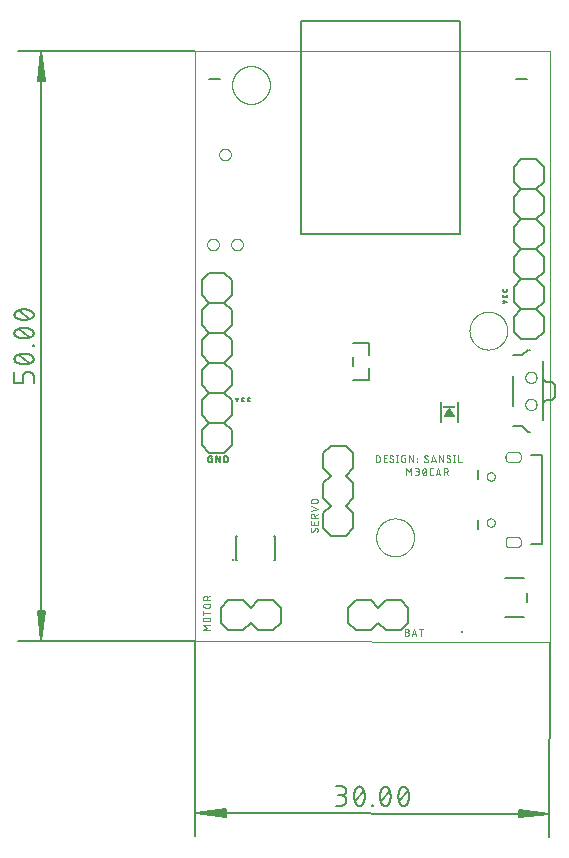
<source format=gto>
G04 EAGLE Gerber X2 export*
%TF.Part,Single*%
%TF.FileFunction,Other,Silk top*%
%TF.FilePolarity,Positive*%
%TF.GenerationSoftware,Autodesk,EAGLE,9.4.2*%
%TF.CreationDate,2019-07-05T01:34:15Z*%
G75*
%MOMM*%
%FSLAX34Y34*%
%LPD*%
%INSilk top*%
%AMOC8*
5,1,8,0,0,1.08239X$1,22.5*%
G01*
%ADD10C,0.000000*%
%ADD11C,0.130000*%
%ADD12C,0.152400*%
%ADD13C,0.101600*%
%ADD14C,0.203200*%
%ADD15C,0.200000*%
%ADD16C,0.127000*%
%ADD17R,0.250000X0.250000*%
%ADD18R,1.000000X0.200000*%

G36*
X217071Y190995D02*
X217071Y190995D01*
X217143Y190995D01*
X217211Y191015D01*
X217282Y191025D01*
X217347Y191054D01*
X217416Y191074D01*
X217476Y191112D01*
X217541Y191141D01*
X217596Y191187D01*
X217656Y191225D01*
X217704Y191279D01*
X217758Y191325D01*
X217798Y191384D01*
X217845Y191438D01*
X217876Y191502D01*
X217916Y191561D01*
X217937Y191630D01*
X217968Y191694D01*
X217980Y191764D01*
X218001Y191832D01*
X218003Y191904D01*
X218015Y191975D01*
X218007Y192045D01*
X218009Y192116D01*
X217990Y192186D01*
X217982Y192257D01*
X217957Y192312D01*
X217937Y192391D01*
X217876Y192494D01*
X217845Y192563D01*
X215845Y195563D01*
X215768Y195650D01*
X215695Y195740D01*
X215673Y195755D01*
X215655Y195775D01*
X215558Y195837D01*
X215463Y195904D01*
X215437Y195912D01*
X215415Y195927D01*
X215304Y195959D01*
X215194Y195997D01*
X215167Y195998D01*
X215142Y196005D01*
X215026Y196005D01*
X214910Y196011D01*
X214884Y196005D01*
X214857Y196005D01*
X214746Y195973D01*
X214633Y195947D01*
X214610Y195934D01*
X214584Y195926D01*
X214486Y195864D01*
X214385Y195808D01*
X214369Y195790D01*
X214344Y195775D01*
X214159Y195567D01*
X214155Y195563D01*
X212155Y192563D01*
X212124Y192499D01*
X212085Y192439D01*
X212063Y192371D01*
X212032Y192307D01*
X212020Y192236D01*
X211999Y192168D01*
X211997Y192097D01*
X211985Y192027D01*
X211993Y191955D01*
X211991Y191884D01*
X212009Y191815D01*
X212018Y191744D01*
X212045Y191678D01*
X212063Y191609D01*
X212100Y191548D01*
X212127Y191482D01*
X212172Y191426D01*
X212209Y191364D01*
X212260Y191315D01*
X212305Y191260D01*
X212364Y191219D01*
X212416Y191170D01*
X212479Y191137D01*
X212537Y191096D01*
X212605Y191073D01*
X212669Y191040D01*
X212728Y191030D01*
X212806Y191003D01*
X212925Y190997D01*
X213000Y190985D01*
X217000Y190985D01*
X217071Y190995D01*
G37*
D10*
X0Y0D02*
X300000Y-600D01*
X299900Y499400D01*
X0Y500000D01*
X0Y0D01*
D11*
X0Y500000D02*
X-150000Y500000D01*
X-150000Y0D02*
X0Y0D01*
X-130500Y650D02*
X-130500Y499350D01*
X-133692Y474000D01*
X-127308Y474000D01*
X-130500Y499350D01*
X-131800Y474000D01*
X-129200Y474000D02*
X-130500Y499350D01*
X-133100Y474000D01*
X-127900Y474000D02*
X-130500Y499350D01*
X-133692Y26000D02*
X-130500Y650D01*
X-133692Y26000D02*
X-127308Y26000D01*
X-130500Y650D01*
X-131800Y26000D01*
X-129200Y26000D02*
X-130500Y650D01*
X-133100Y26000D01*
X-127900Y26000D02*
X-130500Y650D01*
D12*
X-137007Y218941D02*
X-137007Y224360D01*
X-137009Y224478D01*
X-137015Y224596D01*
X-137024Y224714D01*
X-137038Y224831D01*
X-137055Y224948D01*
X-137076Y225065D01*
X-137101Y225180D01*
X-137130Y225295D01*
X-137163Y225409D01*
X-137199Y225521D01*
X-137239Y225632D01*
X-137282Y225742D01*
X-137329Y225851D01*
X-137379Y225958D01*
X-137434Y226063D01*
X-137491Y226166D01*
X-137552Y226267D01*
X-137616Y226367D01*
X-137683Y226464D01*
X-137753Y226559D01*
X-137827Y226651D01*
X-137903Y226742D01*
X-137983Y226829D01*
X-138065Y226914D01*
X-138150Y226996D01*
X-138237Y227076D01*
X-138328Y227152D01*
X-138420Y227226D01*
X-138515Y227296D01*
X-138612Y227363D01*
X-138712Y227427D01*
X-138813Y227488D01*
X-138916Y227545D01*
X-139021Y227600D01*
X-139128Y227650D01*
X-139237Y227697D01*
X-139347Y227740D01*
X-139458Y227780D01*
X-139570Y227816D01*
X-139684Y227849D01*
X-139799Y227878D01*
X-139914Y227903D01*
X-140031Y227924D01*
X-140148Y227941D01*
X-140265Y227955D01*
X-140383Y227964D01*
X-140501Y227970D01*
X-140619Y227972D01*
X-142426Y227972D01*
X-142544Y227970D01*
X-142662Y227964D01*
X-142780Y227955D01*
X-142897Y227941D01*
X-143014Y227924D01*
X-143131Y227903D01*
X-143246Y227878D01*
X-143361Y227849D01*
X-143475Y227816D01*
X-143587Y227780D01*
X-143698Y227740D01*
X-143808Y227697D01*
X-143917Y227650D01*
X-144024Y227600D01*
X-144129Y227545D01*
X-144232Y227488D01*
X-144333Y227427D01*
X-144433Y227363D01*
X-144530Y227296D01*
X-144625Y227226D01*
X-144717Y227152D01*
X-144808Y227076D01*
X-144895Y226996D01*
X-144980Y226914D01*
X-145062Y226829D01*
X-145142Y226742D01*
X-145218Y226651D01*
X-145292Y226559D01*
X-145362Y226464D01*
X-145429Y226367D01*
X-145493Y226267D01*
X-145554Y226166D01*
X-145611Y226063D01*
X-145666Y225958D01*
X-145716Y225851D01*
X-145763Y225742D01*
X-145806Y225632D01*
X-145846Y225521D01*
X-145882Y225409D01*
X-145915Y225295D01*
X-145944Y225180D01*
X-145969Y225065D01*
X-145990Y224948D01*
X-146007Y224831D01*
X-146021Y224714D01*
X-146030Y224596D01*
X-146036Y224478D01*
X-146038Y224360D01*
X-146038Y218941D01*
X-153263Y218941D01*
X-153263Y227972D01*
X-151005Y235928D02*
X-150716Y235791D01*
X-150424Y235661D01*
X-150128Y235538D01*
X-149830Y235423D01*
X-149529Y235314D01*
X-149226Y235213D01*
X-148920Y235119D01*
X-148613Y235032D01*
X-148303Y234953D01*
X-147991Y234881D01*
X-147678Y234817D01*
X-147363Y234760D01*
X-147047Y234710D01*
X-146730Y234668D01*
X-146412Y234634D01*
X-146094Y234607D01*
X-145774Y234588D01*
X-145455Y234577D01*
X-145135Y234573D01*
X-151006Y235927D02*
X-151114Y235966D01*
X-151221Y236009D01*
X-151326Y236055D01*
X-151430Y236106D01*
X-151532Y236159D01*
X-151632Y236216D01*
X-151730Y236277D01*
X-151825Y236341D01*
X-151919Y236408D01*
X-152010Y236479D01*
X-152099Y236552D01*
X-152185Y236629D01*
X-152268Y236708D01*
X-152349Y236790D01*
X-152427Y236875D01*
X-152501Y236963D01*
X-152573Y237053D01*
X-152641Y237145D01*
X-152707Y237240D01*
X-152769Y237337D01*
X-152827Y237436D01*
X-152883Y237538D01*
X-152934Y237640D01*
X-152982Y237745D01*
X-153027Y237851D01*
X-153068Y237959D01*
X-153105Y238068D01*
X-153138Y238178D01*
X-153167Y238290D01*
X-153193Y238402D01*
X-153215Y238515D01*
X-153232Y238629D01*
X-153246Y238743D01*
X-153256Y238858D01*
X-153262Y238973D01*
X-153264Y239088D01*
X-153263Y239088D02*
X-153261Y239203D01*
X-153255Y239318D01*
X-153245Y239433D01*
X-153231Y239547D01*
X-153214Y239661D01*
X-153192Y239774D01*
X-153166Y239886D01*
X-153137Y239998D01*
X-153104Y240108D01*
X-153067Y240217D01*
X-153026Y240325D01*
X-152981Y240431D01*
X-152933Y240536D01*
X-152882Y240638D01*
X-152826Y240739D01*
X-152768Y240839D01*
X-152706Y240936D01*
X-152641Y241030D01*
X-152572Y241123D01*
X-152500Y241213D01*
X-152426Y241301D01*
X-152348Y241386D01*
X-152267Y241468D01*
X-152184Y241547D01*
X-152098Y241624D01*
X-152009Y241697D01*
X-151918Y241768D01*
X-151824Y241835D01*
X-151729Y241899D01*
X-151631Y241960D01*
X-151531Y242017D01*
X-151429Y242070D01*
X-151325Y242121D01*
X-151220Y242167D01*
X-151113Y242210D01*
X-151005Y242249D01*
X-151005Y242248D02*
X-150716Y242385D01*
X-150424Y242515D01*
X-150128Y242638D01*
X-149830Y242753D01*
X-149529Y242862D01*
X-149226Y242963D01*
X-148920Y243057D01*
X-148613Y243144D01*
X-148303Y243223D01*
X-147991Y243295D01*
X-147678Y243359D01*
X-147363Y243416D01*
X-147047Y243466D01*
X-146730Y243508D01*
X-146412Y243542D01*
X-146094Y243569D01*
X-145774Y243588D01*
X-145455Y243599D01*
X-145135Y243603D01*
X-145135Y234573D02*
X-144815Y234577D01*
X-144496Y234588D01*
X-144176Y234607D01*
X-143858Y234634D01*
X-143540Y234668D01*
X-143223Y234710D01*
X-142907Y234760D01*
X-142592Y234817D01*
X-142279Y234881D01*
X-141967Y234953D01*
X-141657Y235032D01*
X-141350Y235119D01*
X-141044Y235213D01*
X-140741Y235314D01*
X-140440Y235423D01*
X-140142Y235538D01*
X-139846Y235661D01*
X-139554Y235791D01*
X-139265Y235928D01*
X-139265Y235927D02*
X-139157Y235966D01*
X-139050Y236009D01*
X-138945Y236055D01*
X-138841Y236106D01*
X-138739Y236159D01*
X-138639Y236216D01*
X-138541Y236277D01*
X-138446Y236341D01*
X-138352Y236408D01*
X-138261Y236479D01*
X-138172Y236552D01*
X-138086Y236629D01*
X-138003Y236708D01*
X-137922Y236790D01*
X-137844Y236875D01*
X-137770Y236963D01*
X-137698Y237053D01*
X-137629Y237146D01*
X-137564Y237240D01*
X-137502Y237337D01*
X-137444Y237437D01*
X-137388Y237538D01*
X-137337Y237640D01*
X-137289Y237745D01*
X-137244Y237851D01*
X-137203Y237959D01*
X-137166Y238068D01*
X-137133Y238178D01*
X-137104Y238290D01*
X-137078Y238402D01*
X-137056Y238515D01*
X-137039Y238629D01*
X-137025Y238743D01*
X-137015Y238858D01*
X-137009Y238973D01*
X-137007Y239088D01*
X-139265Y242248D02*
X-139554Y242385D01*
X-139846Y242515D01*
X-140142Y242638D01*
X-140440Y242753D01*
X-140741Y242862D01*
X-141044Y242963D01*
X-141350Y243057D01*
X-141657Y243144D01*
X-141967Y243223D01*
X-142279Y243295D01*
X-142592Y243359D01*
X-142907Y243416D01*
X-143223Y243466D01*
X-143540Y243508D01*
X-143858Y243542D01*
X-144176Y243569D01*
X-144496Y243588D01*
X-144815Y243599D01*
X-145135Y243603D01*
X-139265Y242249D02*
X-139157Y242210D01*
X-139050Y242167D01*
X-138945Y242121D01*
X-138841Y242070D01*
X-138739Y242017D01*
X-138639Y241960D01*
X-138541Y241899D01*
X-138446Y241835D01*
X-138352Y241768D01*
X-138261Y241697D01*
X-138172Y241624D01*
X-138086Y241547D01*
X-138003Y241468D01*
X-137922Y241386D01*
X-137844Y241301D01*
X-137770Y241213D01*
X-137698Y241123D01*
X-137629Y241030D01*
X-137564Y240936D01*
X-137502Y240839D01*
X-137444Y240739D01*
X-137388Y240638D01*
X-137337Y240535D01*
X-137289Y240431D01*
X-137244Y240325D01*
X-137203Y240217D01*
X-137166Y240108D01*
X-137133Y239998D01*
X-137104Y239886D01*
X-137078Y239774D01*
X-137056Y239661D01*
X-137039Y239547D01*
X-137025Y239433D01*
X-137015Y239318D01*
X-137009Y239203D01*
X-137007Y239088D01*
X-140619Y235476D02*
X-149651Y242701D01*
X-137910Y249578D02*
X-137007Y249578D01*
X-137910Y249578D02*
X-137910Y250481D01*
X-137007Y250481D01*
X-137007Y249578D01*
X-145135Y256456D02*
X-145455Y256460D01*
X-145774Y256471D01*
X-146094Y256490D01*
X-146412Y256517D01*
X-146730Y256551D01*
X-147047Y256593D01*
X-147363Y256643D01*
X-147678Y256700D01*
X-147991Y256764D01*
X-148303Y256836D01*
X-148613Y256915D01*
X-148920Y257002D01*
X-149226Y257096D01*
X-149529Y257197D01*
X-149830Y257306D01*
X-150128Y257421D01*
X-150424Y257544D01*
X-150716Y257674D01*
X-151005Y257811D01*
X-151006Y257811D02*
X-151114Y257850D01*
X-151221Y257893D01*
X-151326Y257939D01*
X-151430Y257990D01*
X-151532Y258043D01*
X-151632Y258100D01*
X-151730Y258161D01*
X-151825Y258225D01*
X-151919Y258292D01*
X-152010Y258363D01*
X-152099Y258436D01*
X-152185Y258513D01*
X-152268Y258592D01*
X-152349Y258674D01*
X-152427Y258759D01*
X-152501Y258847D01*
X-152573Y258937D01*
X-152641Y259029D01*
X-152707Y259124D01*
X-152769Y259221D01*
X-152827Y259320D01*
X-152883Y259422D01*
X-152934Y259524D01*
X-152982Y259629D01*
X-153027Y259735D01*
X-153068Y259843D01*
X-153105Y259952D01*
X-153138Y260062D01*
X-153167Y260174D01*
X-153193Y260286D01*
X-153215Y260399D01*
X-153232Y260513D01*
X-153246Y260627D01*
X-153256Y260742D01*
X-153262Y260857D01*
X-153264Y260972D01*
X-153263Y260972D02*
X-153261Y261087D01*
X-153255Y261202D01*
X-153245Y261317D01*
X-153231Y261431D01*
X-153214Y261545D01*
X-153192Y261658D01*
X-153166Y261770D01*
X-153137Y261882D01*
X-153104Y261992D01*
X-153067Y262101D01*
X-153026Y262209D01*
X-152981Y262315D01*
X-152933Y262420D01*
X-152882Y262522D01*
X-152826Y262623D01*
X-152768Y262723D01*
X-152706Y262820D01*
X-152641Y262914D01*
X-152572Y263007D01*
X-152500Y263097D01*
X-152426Y263185D01*
X-152348Y263270D01*
X-152267Y263352D01*
X-152184Y263431D01*
X-152098Y263508D01*
X-152009Y263581D01*
X-151918Y263652D01*
X-151824Y263719D01*
X-151729Y263783D01*
X-151631Y263844D01*
X-151531Y263901D01*
X-151429Y263954D01*
X-151325Y264005D01*
X-151220Y264051D01*
X-151113Y264094D01*
X-151005Y264133D01*
X-151005Y264132D02*
X-150716Y264269D01*
X-150424Y264399D01*
X-150128Y264522D01*
X-149830Y264637D01*
X-149529Y264746D01*
X-149226Y264847D01*
X-148920Y264941D01*
X-148613Y265028D01*
X-148303Y265107D01*
X-147991Y265179D01*
X-147678Y265243D01*
X-147363Y265300D01*
X-147047Y265350D01*
X-146730Y265392D01*
X-146412Y265426D01*
X-146094Y265453D01*
X-145774Y265472D01*
X-145455Y265483D01*
X-145135Y265487D01*
X-145135Y256457D02*
X-144815Y256461D01*
X-144496Y256472D01*
X-144176Y256491D01*
X-143858Y256518D01*
X-143540Y256552D01*
X-143223Y256594D01*
X-142907Y256644D01*
X-142592Y256701D01*
X-142279Y256765D01*
X-141967Y256837D01*
X-141657Y256916D01*
X-141350Y257003D01*
X-141044Y257097D01*
X-140741Y257198D01*
X-140440Y257307D01*
X-140142Y257422D01*
X-139846Y257545D01*
X-139554Y257675D01*
X-139265Y257812D01*
X-139265Y257811D02*
X-139157Y257850D01*
X-139050Y257893D01*
X-138945Y257939D01*
X-138841Y257990D01*
X-138739Y258043D01*
X-138639Y258100D01*
X-138541Y258161D01*
X-138446Y258225D01*
X-138352Y258292D01*
X-138261Y258363D01*
X-138172Y258436D01*
X-138086Y258513D01*
X-138003Y258592D01*
X-137922Y258674D01*
X-137844Y258759D01*
X-137770Y258847D01*
X-137698Y258937D01*
X-137629Y259030D01*
X-137564Y259124D01*
X-137502Y259221D01*
X-137444Y259321D01*
X-137388Y259422D01*
X-137337Y259524D01*
X-137289Y259629D01*
X-137244Y259735D01*
X-137203Y259843D01*
X-137166Y259952D01*
X-137133Y260062D01*
X-137104Y260174D01*
X-137078Y260286D01*
X-137056Y260399D01*
X-137039Y260513D01*
X-137025Y260627D01*
X-137015Y260742D01*
X-137009Y260857D01*
X-137007Y260972D01*
X-139265Y264132D02*
X-139554Y264269D01*
X-139846Y264399D01*
X-140142Y264522D01*
X-140440Y264637D01*
X-140741Y264746D01*
X-141044Y264847D01*
X-141350Y264941D01*
X-141657Y265028D01*
X-141967Y265107D01*
X-142279Y265179D01*
X-142592Y265243D01*
X-142907Y265300D01*
X-143223Y265350D01*
X-143540Y265392D01*
X-143858Y265426D01*
X-144176Y265453D01*
X-144496Y265472D01*
X-144815Y265483D01*
X-145135Y265487D01*
X-139265Y264133D02*
X-139157Y264094D01*
X-139050Y264051D01*
X-138945Y264005D01*
X-138841Y263954D01*
X-138739Y263901D01*
X-138639Y263844D01*
X-138541Y263783D01*
X-138446Y263719D01*
X-138352Y263652D01*
X-138261Y263581D01*
X-138172Y263508D01*
X-138086Y263431D01*
X-138003Y263352D01*
X-137922Y263270D01*
X-137844Y263185D01*
X-137770Y263097D01*
X-137698Y263007D01*
X-137629Y262914D01*
X-137564Y262820D01*
X-137502Y262723D01*
X-137444Y262623D01*
X-137388Y262522D01*
X-137337Y262419D01*
X-137289Y262315D01*
X-137244Y262209D01*
X-137203Y262101D01*
X-137166Y261992D01*
X-137133Y261882D01*
X-137104Y261770D01*
X-137078Y261658D01*
X-137056Y261545D01*
X-137039Y261431D01*
X-137025Y261317D01*
X-137015Y261202D01*
X-137009Y261087D01*
X-137007Y260972D01*
X-140619Y257359D02*
X-149651Y264584D01*
X-145135Y272088D02*
X-145455Y272092D01*
X-145774Y272103D01*
X-146094Y272122D01*
X-146412Y272149D01*
X-146730Y272183D01*
X-147047Y272225D01*
X-147363Y272275D01*
X-147678Y272332D01*
X-147991Y272396D01*
X-148303Y272468D01*
X-148613Y272547D01*
X-148920Y272634D01*
X-149226Y272728D01*
X-149529Y272829D01*
X-149830Y272938D01*
X-150128Y273053D01*
X-150424Y273176D01*
X-150716Y273306D01*
X-151005Y273443D01*
X-151006Y273442D02*
X-151114Y273481D01*
X-151221Y273524D01*
X-151326Y273570D01*
X-151430Y273621D01*
X-151532Y273674D01*
X-151632Y273731D01*
X-151730Y273792D01*
X-151825Y273856D01*
X-151919Y273923D01*
X-152010Y273994D01*
X-152099Y274067D01*
X-152185Y274144D01*
X-152268Y274223D01*
X-152349Y274305D01*
X-152427Y274390D01*
X-152501Y274478D01*
X-152573Y274568D01*
X-152641Y274660D01*
X-152707Y274755D01*
X-152769Y274852D01*
X-152827Y274951D01*
X-152883Y275053D01*
X-152934Y275155D01*
X-152982Y275260D01*
X-153027Y275366D01*
X-153068Y275474D01*
X-153105Y275583D01*
X-153138Y275693D01*
X-153167Y275805D01*
X-153193Y275917D01*
X-153215Y276030D01*
X-153232Y276144D01*
X-153246Y276258D01*
X-153256Y276373D01*
X-153262Y276488D01*
X-153264Y276603D01*
X-153263Y276603D02*
X-153261Y276718D01*
X-153255Y276833D01*
X-153245Y276948D01*
X-153231Y277062D01*
X-153214Y277176D01*
X-153192Y277289D01*
X-153166Y277401D01*
X-153137Y277513D01*
X-153104Y277623D01*
X-153067Y277732D01*
X-153026Y277840D01*
X-152981Y277946D01*
X-152933Y278051D01*
X-152882Y278153D01*
X-152826Y278254D01*
X-152768Y278354D01*
X-152706Y278451D01*
X-152641Y278545D01*
X-152572Y278638D01*
X-152500Y278728D01*
X-152426Y278816D01*
X-152348Y278901D01*
X-152267Y278983D01*
X-152184Y279062D01*
X-152098Y279139D01*
X-152009Y279212D01*
X-151918Y279283D01*
X-151824Y279350D01*
X-151729Y279414D01*
X-151631Y279475D01*
X-151531Y279532D01*
X-151429Y279585D01*
X-151325Y279636D01*
X-151220Y279682D01*
X-151113Y279725D01*
X-151005Y279764D01*
X-151005Y279763D02*
X-150716Y279900D01*
X-150424Y280030D01*
X-150128Y280153D01*
X-149830Y280268D01*
X-149529Y280377D01*
X-149226Y280478D01*
X-148920Y280572D01*
X-148613Y280659D01*
X-148303Y280738D01*
X-147991Y280810D01*
X-147678Y280874D01*
X-147363Y280931D01*
X-147047Y280981D01*
X-146730Y281023D01*
X-146412Y281057D01*
X-146094Y281084D01*
X-145774Y281103D01*
X-145455Y281114D01*
X-145135Y281118D01*
X-145135Y272088D02*
X-144815Y272092D01*
X-144496Y272103D01*
X-144176Y272122D01*
X-143858Y272149D01*
X-143540Y272183D01*
X-143223Y272225D01*
X-142907Y272275D01*
X-142592Y272332D01*
X-142279Y272396D01*
X-141967Y272468D01*
X-141657Y272547D01*
X-141350Y272634D01*
X-141044Y272728D01*
X-140741Y272829D01*
X-140440Y272938D01*
X-140142Y273053D01*
X-139846Y273176D01*
X-139554Y273306D01*
X-139265Y273443D01*
X-139265Y273442D02*
X-139157Y273481D01*
X-139050Y273524D01*
X-138945Y273570D01*
X-138841Y273621D01*
X-138739Y273674D01*
X-138639Y273731D01*
X-138541Y273792D01*
X-138446Y273856D01*
X-138352Y273923D01*
X-138261Y273994D01*
X-138172Y274067D01*
X-138086Y274144D01*
X-138003Y274223D01*
X-137922Y274305D01*
X-137844Y274390D01*
X-137770Y274478D01*
X-137698Y274568D01*
X-137629Y274661D01*
X-137564Y274755D01*
X-137502Y274852D01*
X-137444Y274952D01*
X-137388Y275053D01*
X-137337Y275155D01*
X-137289Y275260D01*
X-137244Y275366D01*
X-137203Y275474D01*
X-137166Y275583D01*
X-137133Y275693D01*
X-137104Y275805D01*
X-137078Y275917D01*
X-137056Y276030D01*
X-137039Y276144D01*
X-137025Y276258D01*
X-137015Y276373D01*
X-137009Y276488D01*
X-137007Y276603D01*
X-139265Y279763D02*
X-139554Y279900D01*
X-139846Y280030D01*
X-140142Y280153D01*
X-140440Y280268D01*
X-140741Y280377D01*
X-141044Y280478D01*
X-141350Y280572D01*
X-141657Y280659D01*
X-141967Y280738D01*
X-142279Y280810D01*
X-142592Y280874D01*
X-142907Y280931D01*
X-143223Y280981D01*
X-143540Y281023D01*
X-143858Y281057D01*
X-144176Y281084D01*
X-144496Y281103D01*
X-144815Y281114D01*
X-145135Y281118D01*
X-139265Y279764D02*
X-139157Y279725D01*
X-139050Y279682D01*
X-138945Y279636D01*
X-138841Y279585D01*
X-138739Y279532D01*
X-138639Y279475D01*
X-138541Y279414D01*
X-138446Y279350D01*
X-138352Y279283D01*
X-138261Y279212D01*
X-138172Y279139D01*
X-138086Y279062D01*
X-138003Y278983D01*
X-137922Y278901D01*
X-137844Y278816D01*
X-137770Y278728D01*
X-137698Y278638D01*
X-137629Y278545D01*
X-137564Y278451D01*
X-137502Y278354D01*
X-137444Y278254D01*
X-137388Y278153D01*
X-137337Y278050D01*
X-137289Y277946D01*
X-137244Y277840D01*
X-137203Y277732D01*
X-137166Y277623D01*
X-137133Y277513D01*
X-137104Y277401D01*
X-137078Y277289D01*
X-137056Y277176D01*
X-137039Y277062D01*
X-137025Y276948D01*
X-137015Y276833D01*
X-137009Y276718D01*
X-137007Y276603D01*
X-140619Y272991D02*
X-149651Y280215D01*
D11*
X0Y0D02*
X-330Y-164942D01*
X299670Y-165542D02*
X300000Y-600D01*
X299059Y-146041D02*
X359Y-145443D01*
X25715Y-142302D01*
X25703Y-148686D01*
X359Y-145443D01*
X25712Y-144194D01*
X25706Y-146794D02*
X359Y-145443D01*
X25714Y-142894D01*
X25704Y-148094D02*
X359Y-145443D01*
X273716Y-142798D02*
X299059Y-146041D01*
X273716Y-142798D02*
X273703Y-149182D01*
X299059Y-146041D01*
X273712Y-144690D01*
X273707Y-147290D02*
X299059Y-146041D01*
X273714Y-143390D01*
X273704Y-148590D02*
X299059Y-146041D01*
D12*
X123179Y-139181D02*
X118663Y-139173D01*
X123179Y-139181D02*
X123313Y-139179D01*
X123447Y-139174D01*
X123580Y-139164D01*
X123713Y-139150D01*
X123846Y-139133D01*
X123978Y-139111D01*
X124109Y-139086D01*
X124240Y-139056D01*
X124370Y-139023D01*
X124498Y-138986D01*
X124626Y-138946D01*
X124752Y-138901D01*
X124877Y-138853D01*
X125000Y-138801D01*
X125122Y-138745D01*
X125242Y-138686D01*
X125360Y-138624D01*
X125477Y-138557D01*
X125591Y-138488D01*
X125703Y-138415D01*
X125813Y-138339D01*
X125921Y-138259D01*
X126026Y-138177D01*
X126129Y-138091D01*
X126229Y-138002D01*
X126327Y-137911D01*
X126422Y-137816D01*
X126514Y-137719D01*
X126603Y-137619D01*
X126689Y-137517D01*
X126772Y-137412D01*
X126852Y-137304D01*
X126928Y-137194D01*
X127001Y-137082D01*
X127071Y-136968D01*
X127138Y-136852D01*
X127201Y-136734D01*
X127261Y-136614D01*
X127317Y-136493D01*
X127369Y-136370D01*
X127418Y-136245D01*
X127463Y-136119D01*
X127504Y-135991D01*
X127541Y-135863D01*
X127575Y-135733D01*
X127605Y-135603D01*
X127630Y-135472D01*
X127652Y-135340D01*
X127670Y-135207D01*
X127684Y-135074D01*
X127695Y-134940D01*
X127701Y-134807D01*
X127703Y-134673D01*
X127701Y-134539D01*
X127696Y-134405D01*
X127686Y-134272D01*
X127672Y-134139D01*
X127655Y-134006D01*
X127633Y-133874D01*
X127608Y-133743D01*
X127579Y-133612D01*
X127545Y-133482D01*
X127508Y-133354D01*
X127468Y-133226D01*
X127423Y-133100D01*
X127375Y-132975D01*
X127323Y-132852D01*
X127267Y-132730D01*
X127208Y-132610D01*
X127146Y-132492D01*
X127079Y-132375D01*
X127010Y-132261D01*
X126937Y-132149D01*
X126861Y-132039D01*
X126781Y-131931D01*
X126699Y-131826D01*
X126613Y-131723D01*
X126524Y-131623D01*
X126433Y-131525D01*
X126338Y-131430D01*
X126241Y-131338D01*
X126141Y-131249D01*
X126039Y-131163D01*
X125934Y-131080D01*
X125826Y-131000D01*
X125716Y-130924D01*
X125604Y-130851D01*
X125490Y-130781D01*
X125374Y-130714D01*
X125256Y-130651D01*
X125136Y-130591D01*
X125015Y-130535D01*
X124892Y-130483D01*
X124767Y-130434D01*
X124641Y-130389D01*
X124513Y-130348D01*
X124385Y-130311D01*
X124255Y-130277D01*
X124125Y-130247D01*
X123994Y-130222D01*
X123862Y-130200D01*
X123729Y-130182D01*
X123596Y-130168D01*
X123462Y-130157D01*
X123329Y-130151D01*
X123195Y-130149D01*
X124110Y-122926D02*
X118692Y-122917D01*
X124110Y-122927D02*
X124230Y-122929D01*
X124349Y-122935D01*
X124468Y-122945D01*
X124587Y-122959D01*
X124705Y-122977D01*
X124822Y-122999D01*
X124939Y-123025D01*
X125055Y-123054D01*
X125169Y-123088D01*
X125283Y-123125D01*
X125395Y-123166D01*
X125506Y-123210D01*
X125615Y-123258D01*
X125723Y-123310D01*
X125829Y-123365D01*
X125933Y-123424D01*
X126035Y-123486D01*
X126135Y-123552D01*
X126232Y-123621D01*
X126328Y-123693D01*
X126420Y-123768D01*
X126511Y-123846D01*
X126599Y-123927D01*
X126684Y-124011D01*
X126766Y-124097D01*
X126845Y-124187D01*
X126921Y-124279D01*
X126994Y-124373D01*
X127064Y-124470D01*
X127131Y-124569D01*
X127195Y-124670D01*
X127255Y-124773D01*
X127312Y-124878D01*
X127365Y-124985D01*
X127414Y-125094D01*
X127460Y-125204D01*
X127503Y-125316D01*
X127541Y-125429D01*
X127576Y-125543D01*
X127607Y-125658D01*
X127634Y-125775D01*
X127658Y-125892D01*
X127677Y-126010D01*
X127693Y-126128D01*
X127704Y-126247D01*
X127712Y-126366D01*
X127716Y-126486D01*
X127715Y-126605D01*
X127711Y-126724D01*
X127703Y-126844D01*
X127691Y-126962D01*
X127675Y-127081D01*
X127655Y-127199D01*
X127632Y-127316D01*
X127604Y-127432D01*
X127572Y-127547D01*
X127537Y-127661D01*
X127498Y-127774D01*
X127456Y-127886D01*
X127409Y-127996D01*
X127359Y-128104D01*
X127306Y-128211D01*
X127249Y-128316D01*
X127188Y-128419D01*
X127124Y-128520D01*
X127057Y-128619D01*
X126987Y-128715D01*
X126913Y-128809D01*
X126837Y-128901D01*
X126757Y-128990D01*
X126675Y-129076D01*
X126589Y-129160D01*
X126501Y-129241D01*
X126411Y-129318D01*
X126318Y-129393D01*
X126222Y-129465D01*
X126124Y-129533D01*
X126024Y-129598D01*
X125922Y-129660D01*
X125818Y-129719D01*
X125712Y-129774D01*
X125604Y-129825D01*
X125494Y-129873D01*
X125383Y-129917D01*
X125271Y-129957D01*
X125157Y-129994D01*
X125042Y-130027D01*
X124927Y-130056D01*
X124810Y-130081D01*
X124692Y-130103D01*
X124574Y-130120D01*
X124456Y-130134D01*
X124336Y-130144D01*
X124217Y-130149D01*
X124098Y-130151D01*
X120485Y-130145D01*
X134309Y-131072D02*
X134313Y-130752D01*
X134325Y-130432D01*
X134345Y-130113D01*
X134372Y-129795D01*
X134407Y-129477D01*
X134450Y-129160D01*
X134500Y-128844D01*
X134557Y-128529D01*
X134622Y-128216D01*
X134694Y-127905D01*
X134774Y-127595D01*
X134862Y-127287D01*
X134956Y-126982D01*
X135058Y-126679D01*
X135167Y-126378D01*
X135283Y-126080D01*
X135406Y-125785D01*
X135537Y-125493D01*
X135674Y-125204D01*
X135673Y-125204D02*
X135713Y-125096D01*
X135756Y-124989D01*
X135803Y-124884D01*
X135853Y-124780D01*
X135907Y-124679D01*
X135964Y-124579D01*
X136025Y-124481D01*
X136089Y-124385D01*
X136156Y-124292D01*
X136227Y-124201D01*
X136301Y-124113D01*
X136377Y-124027D01*
X136457Y-123943D01*
X136539Y-123863D01*
X136624Y-123785D01*
X136712Y-123711D01*
X136802Y-123639D01*
X136895Y-123571D01*
X136990Y-123506D01*
X137087Y-123444D01*
X137186Y-123386D01*
X137287Y-123331D01*
X137390Y-123279D01*
X137495Y-123231D01*
X137601Y-123187D01*
X137709Y-123146D01*
X137818Y-123110D01*
X137928Y-123077D01*
X138040Y-123047D01*
X138152Y-123022D01*
X138265Y-123000D01*
X138379Y-122983D01*
X138493Y-122969D01*
X138608Y-122960D01*
X138723Y-122954D01*
X138838Y-122952D01*
X138953Y-122954D01*
X139068Y-122960D01*
X139183Y-122970D01*
X139297Y-122984D01*
X139410Y-123002D01*
X139524Y-123024D01*
X139636Y-123050D01*
X139747Y-123080D01*
X139857Y-123113D01*
X139966Y-123150D01*
X140074Y-123191D01*
X140180Y-123236D01*
X140284Y-123284D01*
X140387Y-123336D01*
X140488Y-123391D01*
X140587Y-123450D01*
X140684Y-123512D01*
X140779Y-123578D01*
X140871Y-123646D01*
X140961Y-123718D01*
X141048Y-123793D01*
X141133Y-123871D01*
X141215Y-123952D01*
X141295Y-124035D01*
X141371Y-124121D01*
X141444Y-124210D01*
X141514Y-124301D01*
X141581Y-124395D01*
X141645Y-124491D01*
X141706Y-124589D01*
X141763Y-124689D01*
X141816Y-124791D01*
X141866Y-124894D01*
X141913Y-125000D01*
X141955Y-125107D01*
X141994Y-125215D01*
X141996Y-125216D02*
X142132Y-125505D01*
X142261Y-125798D01*
X142383Y-126093D01*
X142498Y-126391D01*
X142606Y-126692D01*
X142707Y-126996D01*
X142801Y-127302D01*
X142887Y-127610D01*
X142966Y-127920D01*
X143037Y-128231D01*
X143101Y-128545D01*
X143157Y-128860D01*
X143206Y-129176D01*
X143247Y-129493D01*
X143281Y-129811D01*
X143307Y-130130D01*
X143326Y-130449D01*
X143337Y-130768D01*
X143340Y-131088D01*
X134308Y-131072D02*
X134311Y-131392D01*
X134322Y-131712D01*
X134341Y-132031D01*
X134367Y-132350D01*
X134401Y-132668D01*
X134442Y-132985D01*
X134491Y-133301D01*
X134547Y-133616D01*
X134611Y-133929D01*
X134682Y-134241D01*
X134761Y-134551D01*
X134847Y-134859D01*
X134941Y-135165D01*
X135042Y-135468D01*
X135150Y-135769D01*
X135265Y-136068D01*
X135387Y-136363D01*
X135516Y-136656D01*
X135652Y-136945D01*
X135654Y-136944D02*
X135693Y-137052D01*
X135735Y-137159D01*
X135782Y-137265D01*
X135832Y-137368D01*
X135885Y-137470D01*
X135942Y-137570D01*
X136003Y-137668D01*
X136067Y-137764D01*
X136134Y-137858D01*
X136204Y-137949D01*
X136277Y-138038D01*
X136353Y-138124D01*
X136433Y-138207D01*
X136515Y-138288D01*
X136600Y-138366D01*
X136687Y-138441D01*
X136777Y-138513D01*
X136869Y-138581D01*
X136964Y-138647D01*
X137061Y-138709D01*
X137160Y-138768D01*
X137261Y-138823D01*
X137364Y-138875D01*
X137468Y-138923D01*
X137574Y-138968D01*
X137682Y-139009D01*
X137791Y-139046D01*
X137901Y-139079D01*
X138012Y-139109D01*
X138124Y-139135D01*
X138238Y-139157D01*
X138351Y-139175D01*
X138465Y-139189D01*
X138580Y-139199D01*
X138695Y-139205D01*
X138810Y-139207D01*
X141974Y-136956D02*
X142111Y-136667D01*
X142242Y-136375D01*
X142365Y-136080D01*
X142481Y-135782D01*
X142590Y-135481D01*
X142692Y-135178D01*
X142786Y-134873D01*
X142874Y-134565D01*
X142954Y-134255D01*
X143026Y-133944D01*
X143091Y-133631D01*
X143148Y-133316D01*
X143198Y-133000D01*
X143241Y-132683D01*
X143276Y-132365D01*
X143303Y-132047D01*
X143323Y-131728D01*
X143335Y-131408D01*
X143339Y-131088D01*
X141975Y-136955D02*
X141935Y-137063D01*
X141892Y-137170D01*
X141845Y-137275D01*
X141795Y-137379D01*
X141741Y-137480D01*
X141684Y-137580D01*
X141623Y-137678D01*
X141559Y-137774D01*
X141491Y-137867D01*
X141421Y-137958D01*
X141347Y-138047D01*
X141271Y-138132D01*
X141191Y-138216D01*
X141109Y-138296D01*
X141024Y-138374D01*
X140936Y-138448D01*
X140846Y-138520D01*
X140753Y-138588D01*
X140658Y-138653D01*
X140561Y-138715D01*
X140462Y-138773D01*
X140361Y-138828D01*
X140258Y-138880D01*
X140153Y-138928D01*
X140047Y-138972D01*
X139939Y-139013D01*
X139830Y-139049D01*
X139720Y-139082D01*
X139608Y-139112D01*
X139496Y-139137D01*
X139383Y-139159D01*
X139269Y-139176D01*
X139155Y-139190D01*
X139040Y-139199D01*
X138925Y-139205D01*
X138810Y-139207D01*
X135204Y-135589D02*
X142444Y-126571D01*
X149302Y-138323D02*
X149300Y-139226D01*
X149302Y-138323D02*
X150205Y-138325D01*
X150203Y-139228D01*
X149300Y-139226D01*
X156192Y-131110D02*
X156196Y-130790D01*
X156208Y-130470D01*
X156228Y-130151D01*
X156255Y-129833D01*
X156290Y-129515D01*
X156333Y-129198D01*
X156383Y-128882D01*
X156440Y-128567D01*
X156505Y-128254D01*
X156577Y-127943D01*
X156657Y-127633D01*
X156745Y-127325D01*
X156839Y-127020D01*
X156941Y-126717D01*
X157050Y-126416D01*
X157166Y-126118D01*
X157289Y-125823D01*
X157420Y-125531D01*
X157557Y-125242D01*
X157597Y-125134D01*
X157640Y-125027D01*
X157687Y-124922D01*
X157737Y-124818D01*
X157791Y-124717D01*
X157848Y-124617D01*
X157909Y-124519D01*
X157973Y-124423D01*
X158040Y-124330D01*
X158111Y-124239D01*
X158185Y-124151D01*
X158261Y-124065D01*
X158341Y-123981D01*
X158423Y-123901D01*
X158508Y-123823D01*
X158596Y-123749D01*
X158686Y-123677D01*
X158779Y-123609D01*
X158874Y-123544D01*
X158971Y-123482D01*
X159070Y-123424D01*
X159171Y-123369D01*
X159274Y-123317D01*
X159379Y-123269D01*
X159485Y-123225D01*
X159593Y-123184D01*
X159702Y-123148D01*
X159812Y-123115D01*
X159924Y-123085D01*
X160036Y-123060D01*
X160149Y-123038D01*
X160263Y-123021D01*
X160377Y-123007D01*
X160492Y-122998D01*
X160607Y-122992D01*
X160722Y-122990D01*
X160837Y-122992D01*
X160952Y-122998D01*
X161067Y-123008D01*
X161181Y-123022D01*
X161294Y-123040D01*
X161408Y-123062D01*
X161520Y-123088D01*
X161631Y-123118D01*
X161741Y-123151D01*
X161850Y-123188D01*
X161958Y-123229D01*
X162064Y-123274D01*
X162168Y-123322D01*
X162271Y-123374D01*
X162372Y-123429D01*
X162471Y-123488D01*
X162568Y-123550D01*
X162663Y-123616D01*
X162755Y-123684D01*
X162845Y-123756D01*
X162932Y-123831D01*
X163017Y-123909D01*
X163099Y-123990D01*
X163179Y-124073D01*
X163255Y-124159D01*
X163328Y-124248D01*
X163398Y-124339D01*
X163465Y-124433D01*
X163529Y-124529D01*
X163590Y-124627D01*
X163647Y-124727D01*
X163700Y-124829D01*
X163750Y-124932D01*
X163797Y-125038D01*
X163839Y-125145D01*
X163878Y-125253D01*
X163879Y-125254D02*
X164015Y-125543D01*
X164144Y-125836D01*
X164266Y-126131D01*
X164381Y-126429D01*
X164489Y-126730D01*
X164590Y-127034D01*
X164684Y-127340D01*
X164770Y-127648D01*
X164849Y-127958D01*
X164920Y-128269D01*
X164984Y-128583D01*
X165040Y-128898D01*
X165089Y-129214D01*
X165130Y-129531D01*
X165164Y-129849D01*
X165190Y-130168D01*
X165209Y-130487D01*
X165220Y-130806D01*
X165223Y-131126D01*
X156192Y-131110D02*
X156195Y-131430D01*
X156206Y-131750D01*
X156225Y-132069D01*
X156251Y-132388D01*
X156285Y-132706D01*
X156326Y-133023D01*
X156375Y-133339D01*
X156431Y-133654D01*
X156495Y-133967D01*
X156566Y-134279D01*
X156645Y-134589D01*
X156731Y-134897D01*
X156825Y-135203D01*
X156926Y-135506D01*
X157034Y-135807D01*
X157149Y-136106D01*
X157271Y-136401D01*
X157400Y-136694D01*
X157536Y-136983D01*
X157537Y-136983D02*
X157576Y-137091D01*
X157618Y-137198D01*
X157665Y-137304D01*
X157715Y-137407D01*
X157768Y-137509D01*
X157825Y-137609D01*
X157886Y-137707D01*
X157950Y-137803D01*
X158017Y-137897D01*
X158087Y-137988D01*
X158160Y-138077D01*
X158236Y-138163D01*
X158316Y-138246D01*
X158398Y-138327D01*
X158483Y-138405D01*
X158570Y-138480D01*
X158660Y-138552D01*
X158752Y-138620D01*
X158847Y-138686D01*
X158944Y-138748D01*
X159043Y-138807D01*
X159144Y-138862D01*
X159247Y-138914D01*
X159351Y-138962D01*
X159457Y-139007D01*
X159565Y-139048D01*
X159674Y-139085D01*
X159784Y-139118D01*
X159895Y-139148D01*
X160007Y-139174D01*
X160121Y-139196D01*
X160234Y-139214D01*
X160348Y-139228D01*
X160463Y-139238D01*
X160578Y-139244D01*
X160693Y-139246D01*
X163858Y-136994D02*
X163995Y-136705D01*
X164126Y-136413D01*
X164249Y-136118D01*
X164365Y-135820D01*
X164474Y-135519D01*
X164576Y-135216D01*
X164670Y-134911D01*
X164758Y-134603D01*
X164838Y-134293D01*
X164910Y-133982D01*
X164975Y-133669D01*
X165032Y-133354D01*
X165082Y-133038D01*
X165125Y-132721D01*
X165160Y-132403D01*
X165187Y-132085D01*
X165207Y-131766D01*
X165219Y-131446D01*
X165223Y-131126D01*
X163858Y-136994D02*
X163818Y-137102D01*
X163775Y-137209D01*
X163728Y-137314D01*
X163678Y-137418D01*
X163624Y-137519D01*
X163567Y-137619D01*
X163506Y-137717D01*
X163442Y-137813D01*
X163374Y-137906D01*
X163304Y-137997D01*
X163230Y-138086D01*
X163154Y-138171D01*
X163074Y-138255D01*
X162992Y-138335D01*
X162907Y-138413D01*
X162819Y-138487D01*
X162729Y-138559D01*
X162636Y-138627D01*
X162541Y-138692D01*
X162444Y-138754D01*
X162345Y-138812D01*
X162244Y-138867D01*
X162141Y-138919D01*
X162036Y-138967D01*
X161930Y-139011D01*
X161822Y-139052D01*
X161713Y-139088D01*
X161603Y-139121D01*
X161491Y-139151D01*
X161379Y-139176D01*
X161266Y-139198D01*
X161152Y-139215D01*
X161038Y-139229D01*
X160923Y-139238D01*
X160808Y-139244D01*
X160693Y-139246D01*
X157087Y-135627D02*
X164328Y-126609D01*
X171824Y-131138D02*
X171828Y-130818D01*
X171840Y-130498D01*
X171860Y-130179D01*
X171887Y-129861D01*
X171922Y-129543D01*
X171965Y-129226D01*
X172015Y-128910D01*
X172072Y-128595D01*
X172137Y-128282D01*
X172209Y-127971D01*
X172289Y-127661D01*
X172377Y-127353D01*
X172471Y-127048D01*
X172573Y-126745D01*
X172682Y-126444D01*
X172798Y-126146D01*
X172921Y-125851D01*
X173052Y-125559D01*
X173189Y-125270D01*
X173188Y-125270D02*
X173228Y-125162D01*
X173271Y-125055D01*
X173318Y-124950D01*
X173368Y-124846D01*
X173422Y-124745D01*
X173479Y-124645D01*
X173540Y-124547D01*
X173604Y-124451D01*
X173671Y-124358D01*
X173742Y-124267D01*
X173816Y-124179D01*
X173892Y-124093D01*
X173972Y-124009D01*
X174054Y-123929D01*
X174139Y-123851D01*
X174227Y-123777D01*
X174317Y-123705D01*
X174410Y-123637D01*
X174505Y-123572D01*
X174602Y-123510D01*
X174701Y-123452D01*
X174802Y-123397D01*
X174905Y-123345D01*
X175010Y-123297D01*
X175116Y-123253D01*
X175224Y-123212D01*
X175333Y-123176D01*
X175443Y-123143D01*
X175555Y-123113D01*
X175667Y-123088D01*
X175780Y-123066D01*
X175894Y-123049D01*
X176008Y-123035D01*
X176123Y-123026D01*
X176238Y-123020D01*
X176353Y-123018D01*
X176468Y-123020D01*
X176583Y-123026D01*
X176698Y-123036D01*
X176812Y-123050D01*
X176925Y-123068D01*
X177039Y-123090D01*
X177151Y-123116D01*
X177262Y-123146D01*
X177372Y-123179D01*
X177481Y-123216D01*
X177589Y-123257D01*
X177695Y-123302D01*
X177799Y-123350D01*
X177902Y-123402D01*
X178003Y-123457D01*
X178102Y-123516D01*
X178199Y-123578D01*
X178294Y-123644D01*
X178386Y-123712D01*
X178476Y-123784D01*
X178563Y-123859D01*
X178648Y-123937D01*
X178730Y-124018D01*
X178810Y-124101D01*
X178886Y-124187D01*
X178959Y-124276D01*
X179029Y-124367D01*
X179096Y-124461D01*
X179160Y-124557D01*
X179221Y-124655D01*
X179278Y-124755D01*
X179331Y-124857D01*
X179381Y-124960D01*
X179428Y-125066D01*
X179470Y-125173D01*
X179509Y-125281D01*
X179510Y-125281D02*
X179646Y-125570D01*
X179775Y-125863D01*
X179897Y-126158D01*
X180012Y-126456D01*
X180120Y-126757D01*
X180221Y-127061D01*
X180315Y-127367D01*
X180401Y-127675D01*
X180480Y-127985D01*
X180551Y-128296D01*
X180615Y-128610D01*
X180671Y-128925D01*
X180720Y-129241D01*
X180761Y-129558D01*
X180795Y-129876D01*
X180821Y-130195D01*
X180840Y-130514D01*
X180851Y-130833D01*
X180854Y-131153D01*
X171823Y-131137D02*
X171826Y-131457D01*
X171837Y-131777D01*
X171856Y-132096D01*
X171882Y-132415D01*
X171916Y-132733D01*
X171957Y-133050D01*
X172006Y-133366D01*
X172062Y-133681D01*
X172126Y-133994D01*
X172197Y-134306D01*
X172276Y-134616D01*
X172362Y-134924D01*
X172456Y-135230D01*
X172557Y-135533D01*
X172665Y-135834D01*
X172780Y-136133D01*
X172902Y-136428D01*
X173031Y-136721D01*
X173167Y-137010D01*
X173168Y-137010D02*
X173207Y-137118D01*
X173249Y-137225D01*
X173296Y-137331D01*
X173346Y-137434D01*
X173399Y-137536D01*
X173456Y-137636D01*
X173517Y-137734D01*
X173581Y-137830D01*
X173648Y-137924D01*
X173718Y-138015D01*
X173791Y-138104D01*
X173867Y-138190D01*
X173947Y-138273D01*
X174029Y-138354D01*
X174114Y-138432D01*
X174201Y-138507D01*
X174291Y-138579D01*
X174383Y-138647D01*
X174478Y-138713D01*
X174575Y-138775D01*
X174674Y-138834D01*
X174775Y-138889D01*
X174878Y-138941D01*
X174982Y-138989D01*
X175088Y-139034D01*
X175196Y-139075D01*
X175305Y-139112D01*
X175415Y-139145D01*
X175526Y-139175D01*
X175638Y-139201D01*
X175752Y-139223D01*
X175865Y-139241D01*
X175979Y-139255D01*
X176094Y-139265D01*
X176209Y-139271D01*
X176324Y-139273D01*
X179489Y-137021D02*
X179626Y-136732D01*
X179757Y-136440D01*
X179880Y-136145D01*
X179996Y-135847D01*
X180105Y-135546D01*
X180207Y-135243D01*
X180301Y-134938D01*
X180389Y-134630D01*
X180469Y-134320D01*
X180541Y-134009D01*
X180606Y-133696D01*
X180663Y-133381D01*
X180713Y-133065D01*
X180756Y-132748D01*
X180791Y-132430D01*
X180818Y-132112D01*
X180838Y-131793D01*
X180850Y-131473D01*
X180854Y-131153D01*
X179490Y-137021D02*
X179450Y-137129D01*
X179407Y-137236D01*
X179360Y-137341D01*
X179310Y-137445D01*
X179256Y-137546D01*
X179199Y-137646D01*
X179138Y-137744D01*
X179074Y-137840D01*
X179006Y-137933D01*
X178936Y-138024D01*
X178862Y-138113D01*
X178786Y-138198D01*
X178706Y-138282D01*
X178624Y-138362D01*
X178539Y-138440D01*
X178451Y-138514D01*
X178361Y-138586D01*
X178268Y-138654D01*
X178173Y-138719D01*
X178076Y-138781D01*
X177977Y-138839D01*
X177876Y-138894D01*
X177773Y-138946D01*
X177668Y-138994D01*
X177562Y-139038D01*
X177454Y-139079D01*
X177345Y-139115D01*
X177235Y-139148D01*
X177123Y-139178D01*
X177011Y-139203D01*
X176898Y-139225D01*
X176784Y-139242D01*
X176670Y-139256D01*
X176555Y-139265D01*
X176440Y-139271D01*
X176325Y-139273D01*
X172718Y-135654D02*
X179959Y-126636D01*
D13*
X152508Y151508D02*
X152508Y157492D01*
X154170Y157492D01*
X154249Y157490D01*
X154328Y157484D01*
X154407Y157475D01*
X154485Y157462D01*
X154562Y157445D01*
X154638Y157425D01*
X154714Y157401D01*
X154788Y157373D01*
X154860Y157342D01*
X154932Y157307D01*
X155001Y157269D01*
X155069Y157228D01*
X155134Y157184D01*
X155197Y157136D01*
X155258Y157086D01*
X155317Y157033D01*
X155373Y156977D01*
X155426Y156918D01*
X155476Y156857D01*
X155524Y156794D01*
X155568Y156729D01*
X155609Y156661D01*
X155647Y156592D01*
X155682Y156520D01*
X155713Y156448D01*
X155741Y156374D01*
X155765Y156298D01*
X155785Y156222D01*
X155802Y156145D01*
X155815Y156066D01*
X155824Y155988D01*
X155830Y155909D01*
X155832Y155830D01*
X155832Y153170D01*
X155830Y153091D01*
X155824Y153012D01*
X155815Y152933D01*
X155802Y152855D01*
X155785Y152778D01*
X155765Y152702D01*
X155741Y152626D01*
X155713Y152552D01*
X155682Y152480D01*
X155647Y152408D01*
X155609Y152339D01*
X155568Y152271D01*
X155524Y152206D01*
X155476Y152143D01*
X155426Y152082D01*
X155373Y152023D01*
X155317Y151967D01*
X155258Y151914D01*
X155197Y151864D01*
X155134Y151816D01*
X155069Y151772D01*
X155001Y151731D01*
X154932Y151693D01*
X154860Y151658D01*
X154788Y151627D01*
X154714Y151599D01*
X154638Y151575D01*
X154562Y151555D01*
X154485Y151538D01*
X154407Y151525D01*
X154328Y151516D01*
X154249Y151510D01*
X154170Y151508D01*
X152508Y151508D01*
X159246Y151508D02*
X161905Y151508D01*
X159246Y151508D02*
X159246Y157492D01*
X161905Y157492D01*
X161240Y154832D02*
X159246Y154832D01*
X166263Y151508D02*
X166335Y151510D01*
X166407Y151516D01*
X166478Y151526D01*
X166549Y151539D01*
X166619Y151556D01*
X166688Y151578D01*
X166755Y151602D01*
X166821Y151631D01*
X166886Y151663D01*
X166949Y151698D01*
X167009Y151737D01*
X167068Y151779D01*
X167124Y151824D01*
X167178Y151872D01*
X167229Y151923D01*
X167277Y151977D01*
X167322Y152033D01*
X167364Y152092D01*
X167403Y152152D01*
X167438Y152215D01*
X167470Y152280D01*
X167499Y152346D01*
X167523Y152413D01*
X167545Y152482D01*
X167562Y152552D01*
X167575Y152623D01*
X167585Y152694D01*
X167591Y152766D01*
X167593Y152838D01*
X166263Y151508D02*
X166157Y151510D01*
X166052Y151516D01*
X165947Y151526D01*
X165842Y151540D01*
X165738Y151557D01*
X165635Y151579D01*
X165532Y151605D01*
X165431Y151634D01*
X165331Y151667D01*
X165232Y151704D01*
X165134Y151745D01*
X165038Y151789D01*
X164944Y151837D01*
X164852Y151888D01*
X164761Y151943D01*
X164673Y152001D01*
X164587Y152063D01*
X164504Y152127D01*
X164423Y152195D01*
X164344Y152265D01*
X164268Y152339D01*
X164434Y156162D02*
X164436Y156234D01*
X164442Y156306D01*
X164452Y156377D01*
X164465Y156448D01*
X164482Y156518D01*
X164504Y156587D01*
X164528Y156654D01*
X164557Y156720D01*
X164589Y156785D01*
X164624Y156848D01*
X164663Y156908D01*
X164705Y156967D01*
X164750Y157023D01*
X164798Y157077D01*
X164849Y157128D01*
X164903Y157176D01*
X164959Y157221D01*
X165018Y157263D01*
X165078Y157302D01*
X165141Y157337D01*
X165206Y157369D01*
X165272Y157398D01*
X165339Y157422D01*
X165408Y157444D01*
X165478Y157461D01*
X165549Y157474D01*
X165620Y157484D01*
X165692Y157490D01*
X165764Y157492D01*
X165858Y157490D01*
X165953Y157485D01*
X166047Y157476D01*
X166140Y157463D01*
X166233Y157447D01*
X166325Y157428D01*
X166417Y157405D01*
X166507Y157379D01*
X166597Y157349D01*
X166685Y157316D01*
X166772Y157279D01*
X166858Y157239D01*
X166942Y157196D01*
X167024Y157150D01*
X167105Y157101D01*
X167183Y157049D01*
X167260Y156993D01*
X165099Y154998D02*
X165040Y155035D01*
X164982Y155075D01*
X164927Y155119D01*
X164874Y155164D01*
X164823Y155213D01*
X164775Y155264D01*
X164730Y155318D01*
X164688Y155374D01*
X164648Y155432D01*
X164612Y155492D01*
X164579Y155554D01*
X164549Y155617D01*
X164522Y155682D01*
X164499Y155748D01*
X164479Y155815D01*
X164463Y155883D01*
X164450Y155952D01*
X164441Y156022D01*
X164436Y156092D01*
X164434Y156162D01*
X166928Y154002D02*
X166987Y153965D01*
X167045Y153925D01*
X167100Y153881D01*
X167153Y153836D01*
X167204Y153787D01*
X167252Y153736D01*
X167297Y153682D01*
X167339Y153626D01*
X167379Y153568D01*
X167415Y153508D01*
X167448Y153447D01*
X167478Y153383D01*
X167505Y153318D01*
X167528Y153252D01*
X167548Y153185D01*
X167564Y153117D01*
X167577Y153048D01*
X167586Y152978D01*
X167591Y152908D01*
X167593Y152838D01*
X166928Y154001D02*
X165099Y154999D01*
X170760Y157492D02*
X170760Y151508D01*
X170095Y151508D02*
X171425Y151508D01*
X171425Y157492D02*
X170095Y157492D01*
X176675Y154832D02*
X177672Y154832D01*
X177672Y151508D01*
X175678Y151508D01*
X175606Y151510D01*
X175534Y151516D01*
X175463Y151526D01*
X175392Y151539D01*
X175322Y151556D01*
X175253Y151578D01*
X175186Y151602D01*
X175120Y151631D01*
X175055Y151663D01*
X174992Y151698D01*
X174932Y151737D01*
X174873Y151779D01*
X174817Y151824D01*
X174763Y151872D01*
X174712Y151923D01*
X174664Y151977D01*
X174619Y152033D01*
X174577Y152092D01*
X174538Y152152D01*
X174503Y152215D01*
X174471Y152280D01*
X174442Y152346D01*
X174418Y152413D01*
X174396Y152482D01*
X174379Y152552D01*
X174366Y152623D01*
X174356Y152694D01*
X174350Y152766D01*
X174348Y152838D01*
X174348Y156162D01*
X174350Y156234D01*
X174356Y156306D01*
X174366Y156377D01*
X174379Y156448D01*
X174396Y156518D01*
X174418Y156587D01*
X174442Y156654D01*
X174471Y156720D01*
X174503Y156785D01*
X174538Y156848D01*
X174577Y156908D01*
X174619Y156967D01*
X174664Y157023D01*
X174712Y157077D01*
X174763Y157128D01*
X174817Y157176D01*
X174873Y157221D01*
X174932Y157263D01*
X174992Y157302D01*
X175055Y157337D01*
X175120Y157369D01*
X175186Y157398D01*
X175253Y157422D01*
X175322Y157444D01*
X175392Y157461D01*
X175463Y157474D01*
X175534Y157484D01*
X175606Y157490D01*
X175678Y157492D01*
X177672Y157492D01*
X181068Y157492D02*
X181068Y151508D01*
X184392Y151508D02*
X181068Y157492D01*
X184392Y157492D02*
X184392Y151508D01*
X187394Y152007D02*
X187394Y152339D01*
X187726Y152339D01*
X187726Y152007D01*
X187394Y152007D01*
X187394Y154666D02*
X187394Y154999D01*
X187726Y154999D01*
X187726Y154666D01*
X187394Y154666D01*
X195663Y151508D02*
X195735Y151510D01*
X195807Y151516D01*
X195878Y151526D01*
X195949Y151539D01*
X196019Y151556D01*
X196088Y151578D01*
X196155Y151602D01*
X196221Y151631D01*
X196286Y151663D01*
X196349Y151698D01*
X196409Y151737D01*
X196468Y151779D01*
X196524Y151824D01*
X196578Y151872D01*
X196629Y151923D01*
X196677Y151977D01*
X196722Y152033D01*
X196764Y152092D01*
X196803Y152152D01*
X196838Y152215D01*
X196870Y152280D01*
X196899Y152346D01*
X196923Y152413D01*
X196945Y152482D01*
X196962Y152552D01*
X196975Y152623D01*
X196985Y152694D01*
X196991Y152766D01*
X196993Y152838D01*
X195663Y151508D02*
X195557Y151510D01*
X195452Y151516D01*
X195347Y151526D01*
X195242Y151540D01*
X195138Y151557D01*
X195035Y151579D01*
X194932Y151605D01*
X194831Y151634D01*
X194731Y151667D01*
X194632Y151704D01*
X194534Y151745D01*
X194438Y151789D01*
X194344Y151837D01*
X194252Y151888D01*
X194161Y151943D01*
X194073Y152001D01*
X193987Y152063D01*
X193904Y152127D01*
X193823Y152195D01*
X193744Y152265D01*
X193668Y152339D01*
X193834Y156162D02*
X193836Y156234D01*
X193842Y156306D01*
X193852Y156377D01*
X193865Y156448D01*
X193882Y156518D01*
X193904Y156587D01*
X193928Y156654D01*
X193957Y156720D01*
X193989Y156785D01*
X194024Y156848D01*
X194063Y156908D01*
X194105Y156967D01*
X194150Y157023D01*
X194198Y157077D01*
X194249Y157128D01*
X194303Y157176D01*
X194359Y157221D01*
X194418Y157263D01*
X194478Y157302D01*
X194541Y157337D01*
X194606Y157369D01*
X194672Y157398D01*
X194739Y157422D01*
X194808Y157444D01*
X194878Y157461D01*
X194949Y157474D01*
X195020Y157484D01*
X195092Y157490D01*
X195164Y157492D01*
X195258Y157490D01*
X195353Y157485D01*
X195447Y157476D01*
X195540Y157463D01*
X195633Y157447D01*
X195725Y157428D01*
X195817Y157405D01*
X195907Y157379D01*
X195997Y157349D01*
X196085Y157316D01*
X196172Y157279D01*
X196258Y157239D01*
X196342Y157196D01*
X196424Y157150D01*
X196505Y157101D01*
X196583Y157049D01*
X196660Y156993D01*
X194499Y154998D02*
X194440Y155035D01*
X194382Y155075D01*
X194327Y155119D01*
X194274Y155164D01*
X194223Y155213D01*
X194175Y155264D01*
X194130Y155318D01*
X194088Y155374D01*
X194048Y155432D01*
X194012Y155492D01*
X193979Y155554D01*
X193949Y155617D01*
X193922Y155682D01*
X193899Y155748D01*
X193879Y155815D01*
X193863Y155883D01*
X193850Y155952D01*
X193841Y156022D01*
X193836Y156092D01*
X193834Y156162D01*
X196328Y154002D02*
X196387Y153965D01*
X196445Y153925D01*
X196500Y153881D01*
X196553Y153836D01*
X196604Y153787D01*
X196652Y153736D01*
X196697Y153682D01*
X196739Y153626D01*
X196779Y153568D01*
X196815Y153508D01*
X196848Y153447D01*
X196878Y153383D01*
X196905Y153318D01*
X196928Y153252D01*
X196948Y153185D01*
X196964Y153117D01*
X196977Y153048D01*
X196986Y152978D01*
X196991Y152908D01*
X196993Y152838D01*
X196327Y154001D02*
X194499Y154999D01*
X199426Y151508D02*
X201420Y157492D01*
X203415Y151508D01*
X202916Y153004D02*
X199924Y153004D01*
X206268Y151508D02*
X206268Y157492D01*
X209592Y151508D01*
X209592Y157492D01*
X214563Y151508D02*
X214635Y151510D01*
X214707Y151516D01*
X214778Y151526D01*
X214849Y151539D01*
X214919Y151556D01*
X214988Y151578D01*
X215055Y151602D01*
X215121Y151631D01*
X215186Y151663D01*
X215249Y151698D01*
X215309Y151737D01*
X215368Y151779D01*
X215424Y151824D01*
X215478Y151872D01*
X215529Y151923D01*
X215577Y151977D01*
X215622Y152033D01*
X215664Y152092D01*
X215703Y152152D01*
X215738Y152215D01*
X215770Y152280D01*
X215799Y152346D01*
X215823Y152413D01*
X215845Y152482D01*
X215862Y152552D01*
X215875Y152623D01*
X215885Y152694D01*
X215891Y152766D01*
X215893Y152838D01*
X214563Y151508D02*
X214457Y151510D01*
X214352Y151516D01*
X214247Y151526D01*
X214142Y151540D01*
X214038Y151557D01*
X213935Y151579D01*
X213832Y151605D01*
X213731Y151634D01*
X213631Y151667D01*
X213532Y151704D01*
X213434Y151745D01*
X213338Y151789D01*
X213244Y151837D01*
X213152Y151888D01*
X213061Y151943D01*
X212973Y152001D01*
X212887Y152063D01*
X212804Y152127D01*
X212723Y152195D01*
X212644Y152265D01*
X212568Y152339D01*
X212734Y156162D02*
X212736Y156234D01*
X212742Y156306D01*
X212752Y156377D01*
X212765Y156448D01*
X212782Y156518D01*
X212804Y156587D01*
X212828Y156654D01*
X212857Y156720D01*
X212889Y156785D01*
X212924Y156848D01*
X212963Y156908D01*
X213005Y156967D01*
X213050Y157023D01*
X213098Y157077D01*
X213149Y157128D01*
X213203Y157176D01*
X213259Y157221D01*
X213318Y157263D01*
X213378Y157302D01*
X213441Y157337D01*
X213506Y157369D01*
X213572Y157398D01*
X213639Y157422D01*
X213708Y157444D01*
X213778Y157461D01*
X213849Y157474D01*
X213920Y157484D01*
X213992Y157490D01*
X214064Y157492D01*
X214158Y157490D01*
X214253Y157485D01*
X214347Y157476D01*
X214440Y157463D01*
X214533Y157447D01*
X214625Y157428D01*
X214717Y157405D01*
X214807Y157379D01*
X214897Y157349D01*
X214985Y157316D01*
X215072Y157279D01*
X215158Y157239D01*
X215242Y157196D01*
X215324Y157150D01*
X215405Y157101D01*
X215483Y157049D01*
X215560Y156993D01*
X213399Y154998D02*
X213340Y155035D01*
X213282Y155075D01*
X213227Y155119D01*
X213174Y155164D01*
X213123Y155213D01*
X213075Y155264D01*
X213030Y155318D01*
X212988Y155374D01*
X212948Y155432D01*
X212912Y155492D01*
X212879Y155554D01*
X212849Y155617D01*
X212822Y155682D01*
X212799Y155748D01*
X212779Y155815D01*
X212763Y155883D01*
X212750Y155952D01*
X212741Y156022D01*
X212736Y156092D01*
X212734Y156162D01*
X215228Y154002D02*
X215287Y153965D01*
X215345Y153925D01*
X215400Y153881D01*
X215453Y153836D01*
X215504Y153787D01*
X215552Y153736D01*
X215597Y153682D01*
X215639Y153626D01*
X215679Y153568D01*
X215715Y153508D01*
X215748Y153447D01*
X215778Y153383D01*
X215805Y153318D01*
X215828Y153252D01*
X215848Y153185D01*
X215864Y153117D01*
X215877Y153048D01*
X215886Y152978D01*
X215891Y152908D01*
X215893Y152838D01*
X215227Y154001D02*
X213399Y154999D01*
X219060Y157492D02*
X219060Y151508D01*
X218395Y151508D02*
X219725Y151508D01*
X219725Y157492D02*
X218395Y157492D01*
X222665Y157492D02*
X222665Y151508D01*
X225325Y151508D01*
X178508Y146492D02*
X178508Y140508D01*
X180503Y143168D02*
X178508Y146492D01*
X180503Y143168D02*
X182497Y146492D01*
X182497Y140508D01*
X185770Y140508D02*
X187433Y140508D01*
X187513Y140510D01*
X187593Y140516D01*
X187673Y140525D01*
X187752Y140539D01*
X187831Y140556D01*
X187908Y140577D01*
X187985Y140602D01*
X188060Y140631D01*
X188133Y140663D01*
X188205Y140698D01*
X188276Y140737D01*
X188344Y140780D01*
X188410Y140825D01*
X188474Y140874D01*
X188535Y140926D01*
X188594Y140981D01*
X188650Y141038D01*
X188703Y141098D01*
X188754Y141161D01*
X188801Y141226D01*
X188845Y141293D01*
X188886Y141362D01*
X188923Y141433D01*
X188957Y141506D01*
X188987Y141581D01*
X189014Y141656D01*
X189037Y141733D01*
X189056Y141811D01*
X189071Y141890D01*
X189083Y141970D01*
X189091Y142050D01*
X189095Y142130D01*
X189095Y142210D01*
X189091Y142290D01*
X189083Y142370D01*
X189071Y142450D01*
X189056Y142529D01*
X189037Y142607D01*
X189014Y142684D01*
X188987Y142759D01*
X188957Y142834D01*
X188923Y142907D01*
X188886Y142978D01*
X188845Y143047D01*
X188801Y143114D01*
X188754Y143179D01*
X188703Y143242D01*
X188650Y143302D01*
X188594Y143359D01*
X188535Y143414D01*
X188474Y143466D01*
X188410Y143515D01*
X188344Y143560D01*
X188276Y143603D01*
X188205Y143642D01*
X188133Y143677D01*
X188060Y143709D01*
X187985Y143738D01*
X187908Y143763D01*
X187831Y143784D01*
X187752Y143801D01*
X187673Y143815D01*
X187593Y143824D01*
X187513Y143830D01*
X187433Y143832D01*
X187765Y146492D02*
X185770Y146492D01*
X187765Y146492D02*
X187837Y146490D01*
X187909Y146484D01*
X187980Y146474D01*
X188051Y146461D01*
X188121Y146444D01*
X188190Y146422D01*
X188257Y146398D01*
X188323Y146369D01*
X188388Y146337D01*
X188451Y146302D01*
X188511Y146263D01*
X188570Y146221D01*
X188626Y146176D01*
X188680Y146128D01*
X188731Y146077D01*
X188779Y146023D01*
X188824Y145967D01*
X188866Y145908D01*
X188905Y145848D01*
X188940Y145785D01*
X188972Y145720D01*
X189001Y145654D01*
X189025Y145587D01*
X189047Y145518D01*
X189064Y145448D01*
X189077Y145377D01*
X189087Y145306D01*
X189093Y145234D01*
X189095Y145162D01*
X189093Y145090D01*
X189087Y145018D01*
X189077Y144947D01*
X189064Y144876D01*
X189047Y144806D01*
X189025Y144737D01*
X189001Y144670D01*
X188972Y144604D01*
X188940Y144539D01*
X188905Y144476D01*
X188866Y144416D01*
X188824Y144357D01*
X188779Y144301D01*
X188731Y144247D01*
X188680Y144196D01*
X188626Y144148D01*
X188570Y144103D01*
X188511Y144061D01*
X188451Y144022D01*
X188388Y143987D01*
X188323Y143955D01*
X188257Y143926D01*
X188190Y143902D01*
X188121Y143880D01*
X188051Y143863D01*
X187980Y143850D01*
X187909Y143840D01*
X187837Y143834D01*
X187765Y143832D01*
X186435Y143832D01*
X192071Y143500D02*
X192073Y143640D01*
X192079Y143779D01*
X192089Y143919D01*
X192103Y144058D01*
X192120Y144197D01*
X192142Y144335D01*
X192168Y144472D01*
X192197Y144609D01*
X192231Y144745D01*
X192268Y144879D01*
X192309Y145013D01*
X192354Y145145D01*
X192402Y145276D01*
X192454Y145406D01*
X192510Y145534D01*
X192570Y145661D01*
X192569Y145661D02*
X192594Y145726D01*
X192622Y145789D01*
X192653Y145851D01*
X192688Y145911D01*
X192726Y145969D01*
X192768Y146024D01*
X192812Y146078D01*
X192860Y146128D01*
X192910Y146176D01*
X192963Y146221D01*
X193018Y146263D01*
X193076Y146302D01*
X193135Y146337D01*
X193197Y146369D01*
X193260Y146397D01*
X193325Y146422D01*
X193391Y146443D01*
X193458Y146461D01*
X193526Y146474D01*
X193595Y146484D01*
X193664Y146490D01*
X193733Y146492D01*
X193802Y146490D01*
X193871Y146484D01*
X193940Y146474D01*
X194008Y146461D01*
X194075Y146443D01*
X194141Y146422D01*
X194206Y146397D01*
X194269Y146369D01*
X194331Y146337D01*
X194390Y146302D01*
X194448Y146263D01*
X194503Y146221D01*
X194556Y146176D01*
X194606Y146128D01*
X194654Y146078D01*
X194698Y146024D01*
X194740Y145969D01*
X194778Y145911D01*
X194813Y145851D01*
X194844Y145789D01*
X194872Y145726D01*
X194897Y145661D01*
X194896Y145661D02*
X194956Y145534D01*
X195012Y145406D01*
X195064Y145277D01*
X195112Y145145D01*
X195157Y145013D01*
X195198Y144879D01*
X195235Y144745D01*
X195269Y144609D01*
X195298Y144472D01*
X195324Y144335D01*
X195346Y144197D01*
X195363Y144058D01*
X195377Y143919D01*
X195387Y143779D01*
X195393Y143640D01*
X195395Y143500D01*
X192071Y143500D02*
X192073Y143360D01*
X192079Y143221D01*
X192089Y143081D01*
X192103Y142942D01*
X192120Y142803D01*
X192142Y142665D01*
X192168Y142528D01*
X192197Y142391D01*
X192231Y142256D01*
X192268Y142121D01*
X192309Y141987D01*
X192354Y141855D01*
X192402Y141724D01*
X192454Y141594D01*
X192510Y141466D01*
X192570Y141339D01*
X192569Y141339D02*
X192594Y141274D01*
X192622Y141211D01*
X192653Y141149D01*
X192688Y141089D01*
X192726Y141031D01*
X192768Y140976D01*
X192812Y140922D01*
X192860Y140872D01*
X192910Y140824D01*
X192963Y140779D01*
X193018Y140737D01*
X193076Y140698D01*
X193135Y140663D01*
X193197Y140631D01*
X193260Y140603D01*
X193325Y140578D01*
X193391Y140557D01*
X193458Y140539D01*
X193526Y140526D01*
X193595Y140516D01*
X193664Y140510D01*
X193733Y140508D01*
X194896Y141339D02*
X194956Y141466D01*
X195012Y141594D01*
X195064Y141724D01*
X195112Y141855D01*
X195157Y141987D01*
X195198Y142121D01*
X195235Y142255D01*
X195269Y142391D01*
X195298Y142528D01*
X195324Y142665D01*
X195346Y142803D01*
X195363Y142942D01*
X195377Y143081D01*
X195387Y143221D01*
X195393Y143360D01*
X195395Y143500D01*
X194897Y141339D02*
X194872Y141274D01*
X194844Y141211D01*
X194813Y141149D01*
X194778Y141089D01*
X194740Y141031D01*
X194698Y140976D01*
X194654Y140922D01*
X194606Y140872D01*
X194556Y140824D01*
X194503Y140779D01*
X194448Y140737D01*
X194390Y140698D01*
X194331Y140663D01*
X194269Y140631D01*
X194206Y140603D01*
X194141Y140578D01*
X194075Y140557D01*
X194008Y140539D01*
X193940Y140526D01*
X193871Y140516D01*
X193802Y140510D01*
X193733Y140508D01*
X192403Y141838D02*
X195062Y145162D01*
X199674Y140508D02*
X201004Y140508D01*
X199674Y140508D02*
X199602Y140510D01*
X199530Y140516D01*
X199459Y140526D01*
X199388Y140539D01*
X199318Y140556D01*
X199249Y140578D01*
X199182Y140602D01*
X199116Y140631D01*
X199051Y140663D01*
X198988Y140698D01*
X198928Y140737D01*
X198869Y140779D01*
X198813Y140824D01*
X198759Y140872D01*
X198708Y140923D01*
X198660Y140977D01*
X198615Y141033D01*
X198573Y141092D01*
X198534Y141152D01*
X198499Y141215D01*
X198467Y141280D01*
X198438Y141346D01*
X198414Y141413D01*
X198392Y141482D01*
X198375Y141552D01*
X198362Y141623D01*
X198352Y141694D01*
X198346Y141766D01*
X198344Y141838D01*
X198345Y141838D02*
X198345Y145162D01*
X198344Y145162D02*
X198346Y145234D01*
X198352Y145306D01*
X198362Y145377D01*
X198375Y145448D01*
X198392Y145518D01*
X198414Y145587D01*
X198438Y145654D01*
X198467Y145720D01*
X198499Y145785D01*
X198534Y145848D01*
X198573Y145908D01*
X198615Y145967D01*
X198660Y146023D01*
X198708Y146077D01*
X198759Y146128D01*
X198813Y146176D01*
X198869Y146221D01*
X198928Y146263D01*
X198988Y146302D01*
X199051Y146337D01*
X199116Y146369D01*
X199182Y146398D01*
X199249Y146422D01*
X199318Y146444D01*
X199388Y146461D01*
X199459Y146474D01*
X199530Y146484D01*
X199602Y146490D01*
X199674Y146492D01*
X201004Y146492D01*
X205283Y146492D02*
X203288Y140508D01*
X207277Y140508D02*
X205283Y146492D01*
X206779Y142004D02*
X203787Y142004D01*
X210188Y140508D02*
X210188Y146492D01*
X211850Y146492D01*
X211930Y146490D01*
X212010Y146484D01*
X212090Y146475D01*
X212169Y146461D01*
X212248Y146444D01*
X212325Y146423D01*
X212402Y146398D01*
X212477Y146369D01*
X212550Y146337D01*
X212622Y146302D01*
X212693Y146263D01*
X212761Y146220D01*
X212827Y146175D01*
X212891Y146126D01*
X212952Y146074D01*
X213011Y146019D01*
X213067Y145962D01*
X213120Y145902D01*
X213171Y145839D01*
X213218Y145774D01*
X213262Y145707D01*
X213303Y145638D01*
X213340Y145567D01*
X213374Y145494D01*
X213404Y145419D01*
X213431Y145344D01*
X213454Y145267D01*
X213473Y145189D01*
X213488Y145110D01*
X213500Y145030D01*
X213508Y144950D01*
X213512Y144870D01*
X213512Y144790D01*
X213508Y144710D01*
X213500Y144630D01*
X213488Y144550D01*
X213473Y144471D01*
X213454Y144393D01*
X213431Y144316D01*
X213404Y144241D01*
X213374Y144166D01*
X213340Y144093D01*
X213303Y144022D01*
X213262Y143953D01*
X213218Y143886D01*
X213171Y143821D01*
X213120Y143758D01*
X213067Y143698D01*
X213011Y143641D01*
X212952Y143586D01*
X212891Y143534D01*
X212827Y143485D01*
X212761Y143440D01*
X212693Y143397D01*
X212622Y143358D01*
X212550Y143323D01*
X212477Y143291D01*
X212402Y143262D01*
X212325Y143237D01*
X212248Y143216D01*
X212169Y143199D01*
X212090Y143185D01*
X212010Y143176D01*
X211930Y143170D01*
X211850Y143168D01*
X210188Y143168D01*
X212182Y143168D02*
X213512Y140508D01*
X12492Y9508D02*
X6508Y9508D01*
X9832Y11503D01*
X6508Y13497D01*
X12492Y13497D01*
X10830Y16770D02*
X8170Y16770D01*
X8170Y16771D02*
X8090Y16773D01*
X8010Y16779D01*
X7930Y16788D01*
X7851Y16802D01*
X7772Y16819D01*
X7695Y16840D01*
X7618Y16865D01*
X7543Y16894D01*
X7470Y16926D01*
X7398Y16961D01*
X7327Y17000D01*
X7259Y17043D01*
X7193Y17088D01*
X7129Y17137D01*
X7068Y17189D01*
X7009Y17244D01*
X6953Y17301D01*
X6900Y17361D01*
X6849Y17424D01*
X6802Y17489D01*
X6758Y17556D01*
X6717Y17625D01*
X6680Y17696D01*
X6646Y17769D01*
X6616Y17844D01*
X6589Y17919D01*
X6566Y17996D01*
X6547Y18074D01*
X6532Y18153D01*
X6520Y18233D01*
X6512Y18313D01*
X6508Y18393D01*
X6508Y18473D01*
X6512Y18553D01*
X6520Y18633D01*
X6532Y18713D01*
X6547Y18792D01*
X6566Y18870D01*
X6589Y18947D01*
X6616Y19022D01*
X6646Y19097D01*
X6680Y19170D01*
X6717Y19241D01*
X6758Y19310D01*
X6802Y19377D01*
X6849Y19442D01*
X6900Y19505D01*
X6953Y19565D01*
X7009Y19622D01*
X7068Y19677D01*
X7129Y19729D01*
X7193Y19778D01*
X7259Y19823D01*
X7327Y19866D01*
X7398Y19905D01*
X7470Y19940D01*
X7543Y19972D01*
X7618Y20001D01*
X7695Y20026D01*
X7772Y20047D01*
X7851Y20064D01*
X7930Y20078D01*
X8010Y20087D01*
X8090Y20093D01*
X8170Y20095D01*
X10830Y20095D01*
X10910Y20093D01*
X10990Y20087D01*
X11070Y20078D01*
X11149Y20064D01*
X11228Y20047D01*
X11305Y20026D01*
X11382Y20001D01*
X11457Y19972D01*
X11530Y19940D01*
X11602Y19905D01*
X11673Y19866D01*
X11741Y19823D01*
X11807Y19778D01*
X11871Y19729D01*
X11932Y19677D01*
X11991Y19622D01*
X12047Y19565D01*
X12100Y19505D01*
X12151Y19442D01*
X12198Y19377D01*
X12242Y19310D01*
X12283Y19241D01*
X12320Y19170D01*
X12354Y19097D01*
X12384Y19022D01*
X12411Y18947D01*
X12434Y18870D01*
X12453Y18792D01*
X12468Y18713D01*
X12480Y18633D01*
X12488Y18553D01*
X12492Y18473D01*
X12492Y18393D01*
X12488Y18313D01*
X12480Y18233D01*
X12468Y18153D01*
X12453Y18074D01*
X12434Y17996D01*
X12411Y17919D01*
X12384Y17844D01*
X12354Y17769D01*
X12320Y17696D01*
X12283Y17625D01*
X12242Y17556D01*
X12198Y17489D01*
X12151Y17424D01*
X12100Y17361D01*
X12047Y17301D01*
X11991Y17244D01*
X11932Y17189D01*
X11871Y17137D01*
X11807Y17088D01*
X11741Y17043D01*
X11673Y17000D01*
X11602Y16961D01*
X11530Y16926D01*
X11457Y16894D01*
X11382Y16865D01*
X11305Y16840D01*
X11228Y16819D01*
X11149Y16802D01*
X11070Y16788D01*
X10990Y16779D01*
X10910Y16773D01*
X10830Y16771D01*
X12492Y24313D02*
X6508Y24313D01*
X6508Y25975D02*
X6508Y22650D01*
X8170Y28530D02*
X10830Y28530D01*
X8170Y28531D02*
X8090Y28533D01*
X8010Y28539D01*
X7930Y28548D01*
X7851Y28562D01*
X7772Y28579D01*
X7695Y28600D01*
X7618Y28625D01*
X7543Y28654D01*
X7470Y28686D01*
X7398Y28721D01*
X7327Y28760D01*
X7259Y28803D01*
X7193Y28848D01*
X7129Y28897D01*
X7068Y28949D01*
X7009Y29004D01*
X6953Y29061D01*
X6900Y29121D01*
X6849Y29184D01*
X6802Y29249D01*
X6758Y29316D01*
X6717Y29385D01*
X6680Y29456D01*
X6646Y29529D01*
X6616Y29604D01*
X6589Y29679D01*
X6566Y29756D01*
X6547Y29834D01*
X6532Y29913D01*
X6520Y29993D01*
X6512Y30073D01*
X6508Y30153D01*
X6508Y30233D01*
X6512Y30313D01*
X6520Y30393D01*
X6532Y30473D01*
X6547Y30552D01*
X6566Y30630D01*
X6589Y30707D01*
X6616Y30782D01*
X6646Y30857D01*
X6680Y30930D01*
X6717Y31001D01*
X6758Y31070D01*
X6802Y31137D01*
X6849Y31202D01*
X6900Y31265D01*
X6953Y31325D01*
X7009Y31382D01*
X7068Y31437D01*
X7129Y31489D01*
X7193Y31538D01*
X7259Y31583D01*
X7327Y31626D01*
X7398Y31665D01*
X7470Y31700D01*
X7543Y31732D01*
X7618Y31761D01*
X7695Y31786D01*
X7772Y31807D01*
X7851Y31824D01*
X7930Y31838D01*
X8010Y31847D01*
X8090Y31853D01*
X8170Y31855D01*
X10830Y31855D01*
X10910Y31853D01*
X10990Y31847D01*
X11070Y31838D01*
X11149Y31824D01*
X11228Y31807D01*
X11305Y31786D01*
X11382Y31761D01*
X11457Y31732D01*
X11530Y31700D01*
X11602Y31665D01*
X11673Y31626D01*
X11741Y31583D01*
X11807Y31538D01*
X11871Y31489D01*
X11932Y31437D01*
X11991Y31382D01*
X12047Y31325D01*
X12100Y31265D01*
X12151Y31202D01*
X12198Y31137D01*
X12242Y31070D01*
X12283Y31001D01*
X12320Y30930D01*
X12354Y30857D01*
X12384Y30782D01*
X12411Y30707D01*
X12434Y30630D01*
X12453Y30552D01*
X12468Y30473D01*
X12480Y30393D01*
X12488Y30313D01*
X12492Y30233D01*
X12492Y30153D01*
X12488Y30073D01*
X12480Y29993D01*
X12468Y29913D01*
X12453Y29834D01*
X12434Y29756D01*
X12411Y29679D01*
X12384Y29604D01*
X12354Y29529D01*
X12320Y29456D01*
X12283Y29385D01*
X12242Y29316D01*
X12198Y29249D01*
X12151Y29184D01*
X12100Y29121D01*
X12047Y29061D01*
X11991Y29004D01*
X11932Y28949D01*
X11871Y28897D01*
X11807Y28848D01*
X11741Y28803D01*
X11673Y28760D01*
X11602Y28721D01*
X11530Y28686D01*
X11457Y28654D01*
X11382Y28625D01*
X11305Y28600D01*
X11228Y28579D01*
X11149Y28562D01*
X11070Y28548D01*
X10990Y28539D01*
X10910Y28533D01*
X10830Y28531D01*
X12492Y35098D02*
X6508Y35098D01*
X6508Y36760D01*
X6510Y36840D01*
X6516Y36920D01*
X6525Y37000D01*
X6539Y37079D01*
X6556Y37158D01*
X6577Y37235D01*
X6602Y37312D01*
X6631Y37387D01*
X6663Y37460D01*
X6698Y37532D01*
X6737Y37603D01*
X6780Y37671D01*
X6825Y37737D01*
X6874Y37801D01*
X6926Y37862D01*
X6981Y37921D01*
X7038Y37977D01*
X7098Y38030D01*
X7161Y38081D01*
X7226Y38128D01*
X7293Y38172D01*
X7362Y38213D01*
X7433Y38250D01*
X7506Y38284D01*
X7581Y38314D01*
X7656Y38341D01*
X7733Y38364D01*
X7811Y38383D01*
X7890Y38398D01*
X7970Y38410D01*
X8050Y38418D01*
X8130Y38422D01*
X8210Y38422D01*
X8290Y38418D01*
X8370Y38410D01*
X8450Y38398D01*
X8529Y38383D01*
X8607Y38364D01*
X8684Y38341D01*
X8759Y38314D01*
X8834Y38284D01*
X8907Y38250D01*
X8978Y38213D01*
X9047Y38172D01*
X9114Y38128D01*
X9179Y38081D01*
X9242Y38030D01*
X9302Y37977D01*
X9359Y37921D01*
X9414Y37862D01*
X9466Y37801D01*
X9515Y37737D01*
X9560Y37671D01*
X9603Y37603D01*
X9642Y37532D01*
X9677Y37460D01*
X9709Y37387D01*
X9738Y37312D01*
X9763Y37235D01*
X9784Y37158D01*
X9801Y37079D01*
X9815Y37000D01*
X9824Y36920D01*
X9830Y36840D01*
X9832Y36760D01*
X9832Y35098D01*
X9832Y37092D02*
X12492Y38422D01*
X177508Y7832D02*
X179170Y7832D01*
X179250Y7830D01*
X179330Y7824D01*
X179410Y7815D01*
X179489Y7801D01*
X179568Y7784D01*
X179645Y7763D01*
X179722Y7738D01*
X179797Y7709D01*
X179870Y7677D01*
X179942Y7642D01*
X180013Y7603D01*
X180081Y7560D01*
X180147Y7515D01*
X180211Y7466D01*
X180272Y7414D01*
X180331Y7359D01*
X180387Y7302D01*
X180440Y7242D01*
X180491Y7179D01*
X180538Y7114D01*
X180582Y7047D01*
X180623Y6978D01*
X180660Y6907D01*
X180694Y6834D01*
X180724Y6759D01*
X180751Y6684D01*
X180774Y6607D01*
X180793Y6529D01*
X180808Y6450D01*
X180820Y6370D01*
X180828Y6290D01*
X180832Y6210D01*
X180832Y6130D01*
X180828Y6050D01*
X180820Y5970D01*
X180808Y5890D01*
X180793Y5811D01*
X180774Y5733D01*
X180751Y5656D01*
X180724Y5581D01*
X180694Y5506D01*
X180660Y5433D01*
X180623Y5362D01*
X180582Y5293D01*
X180538Y5226D01*
X180491Y5161D01*
X180440Y5098D01*
X180387Y5038D01*
X180331Y4981D01*
X180272Y4926D01*
X180211Y4874D01*
X180147Y4825D01*
X180081Y4780D01*
X180013Y4737D01*
X179942Y4698D01*
X179870Y4663D01*
X179797Y4631D01*
X179722Y4602D01*
X179645Y4577D01*
X179568Y4556D01*
X179489Y4539D01*
X179410Y4525D01*
X179330Y4516D01*
X179250Y4510D01*
X179170Y4508D01*
X177508Y4508D01*
X177508Y10492D01*
X179170Y10492D01*
X179242Y10490D01*
X179314Y10484D01*
X179385Y10474D01*
X179456Y10461D01*
X179526Y10444D01*
X179595Y10422D01*
X179662Y10398D01*
X179728Y10369D01*
X179793Y10337D01*
X179856Y10302D01*
X179916Y10263D01*
X179975Y10221D01*
X180031Y10176D01*
X180085Y10128D01*
X180136Y10077D01*
X180184Y10023D01*
X180229Y9967D01*
X180271Y9908D01*
X180310Y9848D01*
X180345Y9785D01*
X180377Y9720D01*
X180406Y9654D01*
X180430Y9587D01*
X180452Y9518D01*
X180469Y9448D01*
X180482Y9377D01*
X180492Y9306D01*
X180498Y9234D01*
X180500Y9162D01*
X180498Y9090D01*
X180492Y9018D01*
X180482Y8947D01*
X180469Y8876D01*
X180452Y8806D01*
X180430Y8737D01*
X180406Y8670D01*
X180377Y8604D01*
X180345Y8539D01*
X180310Y8476D01*
X180271Y8416D01*
X180229Y8357D01*
X180184Y8301D01*
X180136Y8247D01*
X180085Y8196D01*
X180031Y8148D01*
X179975Y8103D01*
X179916Y8061D01*
X179856Y8022D01*
X179793Y7987D01*
X179728Y7955D01*
X179662Y7926D01*
X179595Y7902D01*
X179526Y7880D01*
X179456Y7863D01*
X179385Y7850D01*
X179314Y7840D01*
X179242Y7834D01*
X179170Y7832D01*
X183134Y4508D02*
X185129Y10492D01*
X187124Y4508D01*
X186625Y6004D02*
X183633Y6004D01*
X191009Y4508D02*
X191009Y10492D01*
X189347Y10492D02*
X192671Y10492D01*
X103492Y94503D02*
X103490Y94575D01*
X103484Y94647D01*
X103474Y94718D01*
X103461Y94789D01*
X103444Y94859D01*
X103422Y94928D01*
X103398Y94995D01*
X103369Y95061D01*
X103337Y95126D01*
X103302Y95189D01*
X103263Y95249D01*
X103221Y95308D01*
X103176Y95364D01*
X103128Y95418D01*
X103077Y95469D01*
X103023Y95517D01*
X102967Y95562D01*
X102908Y95604D01*
X102848Y95643D01*
X102785Y95678D01*
X102720Y95710D01*
X102654Y95739D01*
X102587Y95763D01*
X102518Y95785D01*
X102448Y95802D01*
X102377Y95815D01*
X102306Y95825D01*
X102234Y95831D01*
X102162Y95833D01*
X103492Y94503D02*
X103490Y94397D01*
X103484Y94292D01*
X103474Y94187D01*
X103460Y94082D01*
X103443Y93978D01*
X103421Y93875D01*
X103395Y93772D01*
X103366Y93671D01*
X103333Y93571D01*
X103296Y93472D01*
X103255Y93374D01*
X103211Y93278D01*
X103163Y93184D01*
X103112Y93092D01*
X103057Y93001D01*
X102999Y92913D01*
X102937Y92827D01*
X102873Y92744D01*
X102805Y92663D01*
X102735Y92584D01*
X102661Y92508D01*
X98838Y92674D02*
X98766Y92676D01*
X98694Y92682D01*
X98623Y92692D01*
X98552Y92705D01*
X98482Y92722D01*
X98413Y92744D01*
X98346Y92768D01*
X98280Y92797D01*
X98215Y92829D01*
X98152Y92864D01*
X98092Y92903D01*
X98033Y92945D01*
X97977Y92990D01*
X97923Y93038D01*
X97872Y93089D01*
X97824Y93143D01*
X97779Y93199D01*
X97737Y93258D01*
X97698Y93318D01*
X97663Y93381D01*
X97631Y93446D01*
X97602Y93512D01*
X97578Y93579D01*
X97556Y93648D01*
X97539Y93718D01*
X97526Y93789D01*
X97516Y93860D01*
X97510Y93932D01*
X97508Y94004D01*
X97510Y94098D01*
X97515Y94193D01*
X97524Y94287D01*
X97537Y94380D01*
X97553Y94473D01*
X97572Y94565D01*
X97595Y94657D01*
X97621Y94747D01*
X97651Y94837D01*
X97684Y94925D01*
X97721Y95012D01*
X97761Y95098D01*
X97804Y95182D01*
X97850Y95264D01*
X97899Y95345D01*
X97951Y95423D01*
X98007Y95500D01*
X100002Y93339D02*
X99965Y93280D01*
X99925Y93222D01*
X99881Y93167D01*
X99836Y93114D01*
X99787Y93063D01*
X99736Y93015D01*
X99682Y92970D01*
X99626Y92928D01*
X99568Y92888D01*
X99508Y92852D01*
X99446Y92819D01*
X99383Y92789D01*
X99318Y92762D01*
X99252Y92739D01*
X99185Y92719D01*
X99117Y92703D01*
X99048Y92690D01*
X98978Y92681D01*
X98908Y92676D01*
X98838Y92674D01*
X100998Y95168D02*
X101035Y95227D01*
X101075Y95285D01*
X101119Y95340D01*
X101164Y95393D01*
X101213Y95444D01*
X101264Y95492D01*
X101318Y95537D01*
X101374Y95579D01*
X101432Y95619D01*
X101492Y95655D01*
X101553Y95688D01*
X101617Y95718D01*
X101682Y95745D01*
X101748Y95768D01*
X101815Y95788D01*
X101883Y95804D01*
X101952Y95817D01*
X102022Y95826D01*
X102092Y95831D01*
X102162Y95833D01*
X100999Y95168D02*
X100001Y93339D01*
X103492Y98826D02*
X103492Y101485D01*
X103492Y98826D02*
X97508Y98826D01*
X97508Y101485D01*
X100168Y100820D02*
X100168Y98826D01*
X97508Y104325D02*
X103492Y104325D01*
X97508Y104325D02*
X97508Y105987D01*
X97510Y106067D01*
X97516Y106147D01*
X97525Y106227D01*
X97539Y106306D01*
X97556Y106385D01*
X97577Y106462D01*
X97602Y106539D01*
X97631Y106614D01*
X97663Y106687D01*
X97698Y106759D01*
X97737Y106830D01*
X97780Y106898D01*
X97825Y106964D01*
X97874Y107028D01*
X97926Y107089D01*
X97981Y107148D01*
X98038Y107204D01*
X98098Y107257D01*
X98161Y107308D01*
X98226Y107355D01*
X98293Y107399D01*
X98362Y107440D01*
X98433Y107477D01*
X98506Y107511D01*
X98581Y107541D01*
X98656Y107568D01*
X98733Y107591D01*
X98811Y107610D01*
X98890Y107625D01*
X98970Y107637D01*
X99050Y107645D01*
X99130Y107649D01*
X99210Y107649D01*
X99290Y107645D01*
X99370Y107637D01*
X99450Y107625D01*
X99529Y107610D01*
X99607Y107591D01*
X99684Y107568D01*
X99759Y107541D01*
X99834Y107511D01*
X99907Y107477D01*
X99978Y107440D01*
X100047Y107399D01*
X100114Y107355D01*
X100179Y107308D01*
X100242Y107257D01*
X100302Y107204D01*
X100359Y107148D01*
X100414Y107089D01*
X100466Y107028D01*
X100515Y106964D01*
X100560Y106898D01*
X100603Y106830D01*
X100642Y106759D01*
X100677Y106687D01*
X100709Y106614D01*
X100738Y106539D01*
X100763Y106462D01*
X100784Y106385D01*
X100801Y106306D01*
X100815Y106227D01*
X100824Y106147D01*
X100830Y106067D01*
X100832Y105987D01*
X100832Y104325D01*
X100832Y106320D02*
X103492Y107650D01*
X103492Y112230D02*
X97508Y110236D01*
X97508Y114225D02*
X103492Y112230D01*
X101830Y116868D02*
X99170Y116868D01*
X99090Y116870D01*
X99010Y116876D01*
X98930Y116885D01*
X98851Y116899D01*
X98772Y116916D01*
X98695Y116937D01*
X98618Y116962D01*
X98543Y116991D01*
X98470Y117023D01*
X98398Y117058D01*
X98327Y117097D01*
X98259Y117140D01*
X98193Y117185D01*
X98129Y117234D01*
X98068Y117286D01*
X98009Y117341D01*
X97953Y117398D01*
X97900Y117458D01*
X97849Y117521D01*
X97802Y117586D01*
X97758Y117653D01*
X97717Y117722D01*
X97680Y117793D01*
X97646Y117866D01*
X97616Y117941D01*
X97589Y118016D01*
X97566Y118093D01*
X97547Y118171D01*
X97532Y118250D01*
X97520Y118330D01*
X97512Y118410D01*
X97508Y118490D01*
X97508Y118570D01*
X97512Y118650D01*
X97520Y118730D01*
X97532Y118810D01*
X97547Y118889D01*
X97566Y118967D01*
X97589Y119044D01*
X97616Y119119D01*
X97646Y119194D01*
X97680Y119267D01*
X97717Y119338D01*
X97758Y119407D01*
X97802Y119474D01*
X97849Y119539D01*
X97900Y119602D01*
X97953Y119662D01*
X98009Y119719D01*
X98068Y119774D01*
X98129Y119826D01*
X98193Y119875D01*
X98259Y119920D01*
X98327Y119963D01*
X98398Y120002D01*
X98470Y120037D01*
X98543Y120069D01*
X98618Y120098D01*
X98695Y120123D01*
X98772Y120144D01*
X98851Y120161D01*
X98930Y120175D01*
X99010Y120184D01*
X99090Y120190D01*
X99170Y120192D01*
X101830Y120192D01*
X101910Y120190D01*
X101990Y120184D01*
X102070Y120175D01*
X102149Y120161D01*
X102228Y120144D01*
X102305Y120123D01*
X102382Y120098D01*
X102457Y120069D01*
X102530Y120037D01*
X102602Y120002D01*
X102673Y119963D01*
X102741Y119920D01*
X102807Y119875D01*
X102871Y119826D01*
X102932Y119774D01*
X102991Y119719D01*
X103047Y119662D01*
X103100Y119602D01*
X103151Y119539D01*
X103198Y119474D01*
X103242Y119407D01*
X103283Y119338D01*
X103320Y119267D01*
X103354Y119194D01*
X103384Y119119D01*
X103411Y119044D01*
X103434Y118967D01*
X103453Y118889D01*
X103468Y118810D01*
X103480Y118730D01*
X103488Y118650D01*
X103492Y118570D01*
X103492Y118490D01*
X103488Y118410D01*
X103480Y118330D01*
X103468Y118250D01*
X103453Y118171D01*
X103434Y118093D01*
X103411Y118016D01*
X103384Y117941D01*
X103354Y117866D01*
X103320Y117793D01*
X103283Y117722D01*
X103242Y117653D01*
X103198Y117586D01*
X103151Y117521D01*
X103100Y117458D01*
X103047Y117398D01*
X102991Y117341D01*
X102932Y117286D01*
X102871Y117234D01*
X102807Y117185D01*
X102741Y117140D01*
X102673Y117097D01*
X102602Y117058D01*
X102530Y117023D01*
X102457Y116991D01*
X102382Y116962D01*
X102305Y116937D01*
X102228Y116916D01*
X102149Y116899D01*
X102070Y116885D01*
X101990Y116876D01*
X101910Y116870D01*
X101830Y116868D01*
D10*
X31000Y471000D02*
X31005Y471393D01*
X31019Y471785D01*
X31043Y472177D01*
X31077Y472568D01*
X31120Y472959D01*
X31173Y473348D01*
X31236Y473735D01*
X31307Y474121D01*
X31389Y474506D01*
X31479Y474888D01*
X31580Y475267D01*
X31689Y475645D01*
X31808Y476019D01*
X31935Y476390D01*
X32072Y476758D01*
X32218Y477123D01*
X32373Y477484D01*
X32536Y477841D01*
X32708Y478194D01*
X32889Y478542D01*
X33079Y478886D01*
X33276Y479226D01*
X33482Y479560D01*
X33696Y479889D01*
X33919Y480213D01*
X34149Y480531D01*
X34386Y480844D01*
X34632Y481150D01*
X34885Y481451D01*
X35145Y481745D01*
X35412Y482033D01*
X35686Y482314D01*
X35967Y482588D01*
X36255Y482855D01*
X36549Y483115D01*
X36850Y483368D01*
X37156Y483614D01*
X37469Y483851D01*
X37787Y484081D01*
X38111Y484304D01*
X38440Y484518D01*
X38774Y484724D01*
X39114Y484921D01*
X39458Y485111D01*
X39806Y485292D01*
X40159Y485464D01*
X40516Y485627D01*
X40877Y485782D01*
X41242Y485928D01*
X41610Y486065D01*
X41981Y486192D01*
X42355Y486311D01*
X42733Y486420D01*
X43112Y486521D01*
X43494Y486611D01*
X43879Y486693D01*
X44265Y486764D01*
X44652Y486827D01*
X45041Y486880D01*
X45432Y486923D01*
X45823Y486957D01*
X46215Y486981D01*
X46607Y486995D01*
X47000Y487000D01*
X47393Y486995D01*
X47785Y486981D01*
X48177Y486957D01*
X48568Y486923D01*
X48959Y486880D01*
X49348Y486827D01*
X49735Y486764D01*
X50121Y486693D01*
X50506Y486611D01*
X50888Y486521D01*
X51267Y486420D01*
X51645Y486311D01*
X52019Y486192D01*
X52390Y486065D01*
X52758Y485928D01*
X53123Y485782D01*
X53484Y485627D01*
X53841Y485464D01*
X54194Y485292D01*
X54542Y485111D01*
X54886Y484921D01*
X55226Y484724D01*
X55560Y484518D01*
X55889Y484304D01*
X56213Y484081D01*
X56531Y483851D01*
X56844Y483614D01*
X57150Y483368D01*
X57451Y483115D01*
X57745Y482855D01*
X58033Y482588D01*
X58314Y482314D01*
X58588Y482033D01*
X58855Y481745D01*
X59115Y481451D01*
X59368Y481150D01*
X59614Y480844D01*
X59851Y480531D01*
X60081Y480213D01*
X60304Y479889D01*
X60518Y479560D01*
X60724Y479226D01*
X60921Y478886D01*
X61111Y478542D01*
X61292Y478194D01*
X61464Y477841D01*
X61627Y477484D01*
X61782Y477123D01*
X61928Y476758D01*
X62065Y476390D01*
X62192Y476019D01*
X62311Y475645D01*
X62420Y475267D01*
X62521Y474888D01*
X62611Y474506D01*
X62693Y474121D01*
X62764Y473735D01*
X62827Y473348D01*
X62880Y472959D01*
X62923Y472568D01*
X62957Y472177D01*
X62981Y471785D01*
X62995Y471393D01*
X63000Y471000D01*
X62995Y470607D01*
X62981Y470215D01*
X62957Y469823D01*
X62923Y469432D01*
X62880Y469041D01*
X62827Y468652D01*
X62764Y468265D01*
X62693Y467879D01*
X62611Y467494D01*
X62521Y467112D01*
X62420Y466733D01*
X62311Y466355D01*
X62192Y465981D01*
X62065Y465610D01*
X61928Y465242D01*
X61782Y464877D01*
X61627Y464516D01*
X61464Y464159D01*
X61292Y463806D01*
X61111Y463458D01*
X60921Y463114D01*
X60724Y462774D01*
X60518Y462440D01*
X60304Y462111D01*
X60081Y461787D01*
X59851Y461469D01*
X59614Y461156D01*
X59368Y460850D01*
X59115Y460549D01*
X58855Y460255D01*
X58588Y459967D01*
X58314Y459686D01*
X58033Y459412D01*
X57745Y459145D01*
X57451Y458885D01*
X57150Y458632D01*
X56844Y458386D01*
X56531Y458149D01*
X56213Y457919D01*
X55889Y457696D01*
X55560Y457482D01*
X55226Y457276D01*
X54886Y457079D01*
X54542Y456889D01*
X54194Y456708D01*
X53841Y456536D01*
X53484Y456373D01*
X53123Y456218D01*
X52758Y456072D01*
X52390Y455935D01*
X52019Y455808D01*
X51645Y455689D01*
X51267Y455580D01*
X50888Y455479D01*
X50506Y455389D01*
X50121Y455307D01*
X49735Y455236D01*
X49348Y455173D01*
X48959Y455120D01*
X48568Y455077D01*
X48177Y455043D01*
X47785Y455019D01*
X47393Y455005D01*
X47000Y455000D01*
X46607Y455005D01*
X46215Y455019D01*
X45823Y455043D01*
X45432Y455077D01*
X45041Y455120D01*
X44652Y455173D01*
X44265Y455236D01*
X43879Y455307D01*
X43494Y455389D01*
X43112Y455479D01*
X42733Y455580D01*
X42355Y455689D01*
X41981Y455808D01*
X41610Y455935D01*
X41242Y456072D01*
X40877Y456218D01*
X40516Y456373D01*
X40159Y456536D01*
X39806Y456708D01*
X39458Y456889D01*
X39114Y457079D01*
X38774Y457276D01*
X38440Y457482D01*
X38111Y457696D01*
X37787Y457919D01*
X37469Y458149D01*
X37156Y458386D01*
X36850Y458632D01*
X36549Y458885D01*
X36255Y459145D01*
X35967Y459412D01*
X35686Y459686D01*
X35412Y459967D01*
X35145Y460255D01*
X34885Y460549D01*
X34632Y460850D01*
X34386Y461156D01*
X34149Y461469D01*
X33919Y461787D01*
X33696Y462111D01*
X33482Y462440D01*
X33276Y462774D01*
X33079Y463114D01*
X32889Y463458D01*
X32708Y463806D01*
X32536Y464159D01*
X32373Y464516D01*
X32218Y464877D01*
X32072Y465242D01*
X31935Y465610D01*
X31808Y465981D01*
X31689Y466355D01*
X31580Y466733D01*
X31479Y467112D01*
X31389Y467494D01*
X31307Y467879D01*
X31236Y468265D01*
X31173Y468652D01*
X31120Y469041D01*
X31077Y469432D01*
X31043Y469823D01*
X31019Y470215D01*
X31005Y470607D01*
X31000Y471000D01*
X153000Y88000D02*
X153005Y88393D01*
X153019Y88785D01*
X153043Y89177D01*
X153077Y89568D01*
X153120Y89959D01*
X153173Y90348D01*
X153236Y90735D01*
X153307Y91121D01*
X153389Y91506D01*
X153479Y91888D01*
X153580Y92267D01*
X153689Y92645D01*
X153808Y93019D01*
X153935Y93390D01*
X154072Y93758D01*
X154218Y94123D01*
X154373Y94484D01*
X154536Y94841D01*
X154708Y95194D01*
X154889Y95542D01*
X155079Y95886D01*
X155276Y96226D01*
X155482Y96560D01*
X155696Y96889D01*
X155919Y97213D01*
X156149Y97531D01*
X156386Y97844D01*
X156632Y98150D01*
X156885Y98451D01*
X157145Y98745D01*
X157412Y99033D01*
X157686Y99314D01*
X157967Y99588D01*
X158255Y99855D01*
X158549Y100115D01*
X158850Y100368D01*
X159156Y100614D01*
X159469Y100851D01*
X159787Y101081D01*
X160111Y101304D01*
X160440Y101518D01*
X160774Y101724D01*
X161114Y101921D01*
X161458Y102111D01*
X161806Y102292D01*
X162159Y102464D01*
X162516Y102627D01*
X162877Y102782D01*
X163242Y102928D01*
X163610Y103065D01*
X163981Y103192D01*
X164355Y103311D01*
X164733Y103420D01*
X165112Y103521D01*
X165494Y103611D01*
X165879Y103693D01*
X166265Y103764D01*
X166652Y103827D01*
X167041Y103880D01*
X167432Y103923D01*
X167823Y103957D01*
X168215Y103981D01*
X168607Y103995D01*
X169000Y104000D01*
X169393Y103995D01*
X169785Y103981D01*
X170177Y103957D01*
X170568Y103923D01*
X170959Y103880D01*
X171348Y103827D01*
X171735Y103764D01*
X172121Y103693D01*
X172506Y103611D01*
X172888Y103521D01*
X173267Y103420D01*
X173645Y103311D01*
X174019Y103192D01*
X174390Y103065D01*
X174758Y102928D01*
X175123Y102782D01*
X175484Y102627D01*
X175841Y102464D01*
X176194Y102292D01*
X176542Y102111D01*
X176886Y101921D01*
X177226Y101724D01*
X177560Y101518D01*
X177889Y101304D01*
X178213Y101081D01*
X178531Y100851D01*
X178844Y100614D01*
X179150Y100368D01*
X179451Y100115D01*
X179745Y99855D01*
X180033Y99588D01*
X180314Y99314D01*
X180588Y99033D01*
X180855Y98745D01*
X181115Y98451D01*
X181368Y98150D01*
X181614Y97844D01*
X181851Y97531D01*
X182081Y97213D01*
X182304Y96889D01*
X182518Y96560D01*
X182724Y96226D01*
X182921Y95886D01*
X183111Y95542D01*
X183292Y95194D01*
X183464Y94841D01*
X183627Y94484D01*
X183782Y94123D01*
X183928Y93758D01*
X184065Y93390D01*
X184192Y93019D01*
X184311Y92645D01*
X184420Y92267D01*
X184521Y91888D01*
X184611Y91506D01*
X184693Y91121D01*
X184764Y90735D01*
X184827Y90348D01*
X184880Y89959D01*
X184923Y89568D01*
X184957Y89177D01*
X184981Y88785D01*
X184995Y88393D01*
X185000Y88000D01*
X184995Y87607D01*
X184981Y87215D01*
X184957Y86823D01*
X184923Y86432D01*
X184880Y86041D01*
X184827Y85652D01*
X184764Y85265D01*
X184693Y84879D01*
X184611Y84494D01*
X184521Y84112D01*
X184420Y83733D01*
X184311Y83355D01*
X184192Y82981D01*
X184065Y82610D01*
X183928Y82242D01*
X183782Y81877D01*
X183627Y81516D01*
X183464Y81159D01*
X183292Y80806D01*
X183111Y80458D01*
X182921Y80114D01*
X182724Y79774D01*
X182518Y79440D01*
X182304Y79111D01*
X182081Y78787D01*
X181851Y78469D01*
X181614Y78156D01*
X181368Y77850D01*
X181115Y77549D01*
X180855Y77255D01*
X180588Y76967D01*
X180314Y76686D01*
X180033Y76412D01*
X179745Y76145D01*
X179451Y75885D01*
X179150Y75632D01*
X178844Y75386D01*
X178531Y75149D01*
X178213Y74919D01*
X177889Y74696D01*
X177560Y74482D01*
X177226Y74276D01*
X176886Y74079D01*
X176542Y73889D01*
X176194Y73708D01*
X175841Y73536D01*
X175484Y73373D01*
X175123Y73218D01*
X174758Y73072D01*
X174390Y72935D01*
X174019Y72808D01*
X173645Y72689D01*
X173267Y72580D01*
X172888Y72479D01*
X172506Y72389D01*
X172121Y72307D01*
X171735Y72236D01*
X171348Y72173D01*
X170959Y72120D01*
X170568Y72077D01*
X170177Y72043D01*
X169785Y72019D01*
X169393Y72005D01*
X169000Y72000D01*
X168607Y72005D01*
X168215Y72019D01*
X167823Y72043D01*
X167432Y72077D01*
X167041Y72120D01*
X166652Y72173D01*
X166265Y72236D01*
X165879Y72307D01*
X165494Y72389D01*
X165112Y72479D01*
X164733Y72580D01*
X164355Y72689D01*
X163981Y72808D01*
X163610Y72935D01*
X163242Y73072D01*
X162877Y73218D01*
X162516Y73373D01*
X162159Y73536D01*
X161806Y73708D01*
X161458Y73889D01*
X161114Y74079D01*
X160774Y74276D01*
X160440Y74482D01*
X160111Y74696D01*
X159787Y74919D01*
X159469Y75149D01*
X159156Y75386D01*
X158850Y75632D01*
X158549Y75885D01*
X158255Y76145D01*
X157967Y76412D01*
X157686Y76686D01*
X157412Y76967D01*
X157145Y77255D01*
X156885Y77549D01*
X156632Y77850D01*
X156386Y78156D01*
X156149Y78469D01*
X155919Y78787D01*
X155696Y79111D01*
X155482Y79440D01*
X155276Y79774D01*
X155079Y80114D01*
X154889Y80458D01*
X154708Y80806D01*
X154536Y81159D01*
X154373Y81516D01*
X154218Y81877D01*
X154072Y82242D01*
X153935Y82610D01*
X153808Y82981D01*
X153689Y83355D01*
X153580Y83733D01*
X153479Y84112D01*
X153389Y84494D01*
X153307Y84879D01*
X153236Y85265D01*
X153173Y85652D01*
X153120Y86041D01*
X153077Y86432D01*
X153043Y86823D01*
X153019Y87215D01*
X153005Y87607D01*
X153000Y88000D01*
X232000Y263000D02*
X232005Y263393D01*
X232019Y263785D01*
X232043Y264177D01*
X232077Y264568D01*
X232120Y264959D01*
X232173Y265348D01*
X232236Y265735D01*
X232307Y266121D01*
X232389Y266506D01*
X232479Y266888D01*
X232580Y267267D01*
X232689Y267645D01*
X232808Y268019D01*
X232935Y268390D01*
X233072Y268758D01*
X233218Y269123D01*
X233373Y269484D01*
X233536Y269841D01*
X233708Y270194D01*
X233889Y270542D01*
X234079Y270886D01*
X234276Y271226D01*
X234482Y271560D01*
X234696Y271889D01*
X234919Y272213D01*
X235149Y272531D01*
X235386Y272844D01*
X235632Y273150D01*
X235885Y273451D01*
X236145Y273745D01*
X236412Y274033D01*
X236686Y274314D01*
X236967Y274588D01*
X237255Y274855D01*
X237549Y275115D01*
X237850Y275368D01*
X238156Y275614D01*
X238469Y275851D01*
X238787Y276081D01*
X239111Y276304D01*
X239440Y276518D01*
X239774Y276724D01*
X240114Y276921D01*
X240458Y277111D01*
X240806Y277292D01*
X241159Y277464D01*
X241516Y277627D01*
X241877Y277782D01*
X242242Y277928D01*
X242610Y278065D01*
X242981Y278192D01*
X243355Y278311D01*
X243733Y278420D01*
X244112Y278521D01*
X244494Y278611D01*
X244879Y278693D01*
X245265Y278764D01*
X245652Y278827D01*
X246041Y278880D01*
X246432Y278923D01*
X246823Y278957D01*
X247215Y278981D01*
X247607Y278995D01*
X248000Y279000D01*
X248393Y278995D01*
X248785Y278981D01*
X249177Y278957D01*
X249568Y278923D01*
X249959Y278880D01*
X250348Y278827D01*
X250735Y278764D01*
X251121Y278693D01*
X251506Y278611D01*
X251888Y278521D01*
X252267Y278420D01*
X252645Y278311D01*
X253019Y278192D01*
X253390Y278065D01*
X253758Y277928D01*
X254123Y277782D01*
X254484Y277627D01*
X254841Y277464D01*
X255194Y277292D01*
X255542Y277111D01*
X255886Y276921D01*
X256226Y276724D01*
X256560Y276518D01*
X256889Y276304D01*
X257213Y276081D01*
X257531Y275851D01*
X257844Y275614D01*
X258150Y275368D01*
X258451Y275115D01*
X258745Y274855D01*
X259033Y274588D01*
X259314Y274314D01*
X259588Y274033D01*
X259855Y273745D01*
X260115Y273451D01*
X260368Y273150D01*
X260614Y272844D01*
X260851Y272531D01*
X261081Y272213D01*
X261304Y271889D01*
X261518Y271560D01*
X261724Y271226D01*
X261921Y270886D01*
X262111Y270542D01*
X262292Y270194D01*
X262464Y269841D01*
X262627Y269484D01*
X262782Y269123D01*
X262928Y268758D01*
X263065Y268390D01*
X263192Y268019D01*
X263311Y267645D01*
X263420Y267267D01*
X263521Y266888D01*
X263611Y266506D01*
X263693Y266121D01*
X263764Y265735D01*
X263827Y265348D01*
X263880Y264959D01*
X263923Y264568D01*
X263957Y264177D01*
X263981Y263785D01*
X263995Y263393D01*
X264000Y263000D01*
X263995Y262607D01*
X263981Y262215D01*
X263957Y261823D01*
X263923Y261432D01*
X263880Y261041D01*
X263827Y260652D01*
X263764Y260265D01*
X263693Y259879D01*
X263611Y259494D01*
X263521Y259112D01*
X263420Y258733D01*
X263311Y258355D01*
X263192Y257981D01*
X263065Y257610D01*
X262928Y257242D01*
X262782Y256877D01*
X262627Y256516D01*
X262464Y256159D01*
X262292Y255806D01*
X262111Y255458D01*
X261921Y255114D01*
X261724Y254774D01*
X261518Y254440D01*
X261304Y254111D01*
X261081Y253787D01*
X260851Y253469D01*
X260614Y253156D01*
X260368Y252850D01*
X260115Y252549D01*
X259855Y252255D01*
X259588Y251967D01*
X259314Y251686D01*
X259033Y251412D01*
X258745Y251145D01*
X258451Y250885D01*
X258150Y250632D01*
X257844Y250386D01*
X257531Y250149D01*
X257213Y249919D01*
X256889Y249696D01*
X256560Y249482D01*
X256226Y249276D01*
X255886Y249079D01*
X255542Y248889D01*
X255194Y248708D01*
X254841Y248536D01*
X254484Y248373D01*
X254123Y248218D01*
X253758Y248072D01*
X253390Y247935D01*
X253019Y247808D01*
X252645Y247689D01*
X252267Y247580D01*
X251888Y247479D01*
X251506Y247389D01*
X251121Y247307D01*
X250735Y247236D01*
X250348Y247173D01*
X249959Y247120D01*
X249568Y247077D01*
X249177Y247043D01*
X248785Y247019D01*
X248393Y247005D01*
X248000Y247000D01*
X247607Y247005D01*
X247215Y247019D01*
X246823Y247043D01*
X246432Y247077D01*
X246041Y247120D01*
X245652Y247173D01*
X245265Y247236D01*
X244879Y247307D01*
X244494Y247389D01*
X244112Y247479D01*
X243733Y247580D01*
X243355Y247689D01*
X242981Y247808D01*
X242610Y247935D01*
X242242Y248072D01*
X241877Y248218D01*
X241516Y248373D01*
X241159Y248536D01*
X240806Y248708D01*
X240458Y248889D01*
X240114Y249079D01*
X239774Y249276D01*
X239440Y249482D01*
X239111Y249696D01*
X238787Y249919D01*
X238469Y250149D01*
X238156Y250386D01*
X237850Y250632D01*
X237549Y250885D01*
X237255Y251145D01*
X236967Y251412D01*
X236686Y251686D01*
X236412Y251967D01*
X236145Y252255D01*
X235885Y252549D01*
X235632Y252850D01*
X235386Y253156D01*
X235149Y253469D01*
X234919Y253787D01*
X234696Y254111D01*
X234482Y254440D01*
X234276Y254774D01*
X234079Y255114D01*
X233889Y255458D01*
X233708Y255806D01*
X233536Y256159D01*
X233373Y256516D01*
X233218Y256877D01*
X233072Y257242D01*
X232935Y257610D01*
X232808Y257981D01*
X232689Y258355D01*
X232580Y258733D01*
X232479Y259112D01*
X232389Y259494D01*
X232307Y259879D01*
X232236Y260265D01*
X232173Y260652D01*
X232120Y261041D01*
X232077Y261432D01*
X232043Y261823D01*
X232019Y262215D01*
X232005Y262607D01*
X232000Y263000D01*
D14*
X260672Y286016D02*
X263984Y287120D01*
X260672Y288224D01*
X263984Y292111D02*
X263984Y293215D01*
X263984Y292111D02*
X263982Y292054D01*
X263976Y291998D01*
X263967Y291943D01*
X263953Y291888D01*
X263936Y291834D01*
X263915Y291781D01*
X263891Y291730D01*
X263863Y291681D01*
X263832Y291634D01*
X263798Y291588D01*
X263761Y291546D01*
X263721Y291506D01*
X263679Y291469D01*
X263633Y291435D01*
X263586Y291404D01*
X263537Y291376D01*
X263486Y291352D01*
X263433Y291331D01*
X263379Y291314D01*
X263324Y291300D01*
X263269Y291291D01*
X263213Y291285D01*
X263156Y291283D01*
X261500Y291283D01*
X261443Y291285D01*
X261387Y291291D01*
X261332Y291300D01*
X261277Y291314D01*
X261223Y291331D01*
X261170Y291352D01*
X261119Y291376D01*
X261070Y291404D01*
X261023Y291435D01*
X260977Y291469D01*
X260935Y291506D01*
X260895Y291546D01*
X260858Y291588D01*
X260824Y291634D01*
X260793Y291681D01*
X260765Y291730D01*
X260741Y291781D01*
X260720Y291834D01*
X260703Y291888D01*
X260689Y291943D01*
X260680Y291998D01*
X260674Y292054D01*
X260672Y292111D01*
X260672Y293215D01*
X263984Y296941D02*
X263984Y298045D01*
X263984Y296941D02*
X263982Y296884D01*
X263976Y296828D01*
X263967Y296773D01*
X263953Y296718D01*
X263936Y296664D01*
X263915Y296611D01*
X263891Y296560D01*
X263863Y296511D01*
X263832Y296464D01*
X263798Y296418D01*
X263761Y296376D01*
X263721Y296336D01*
X263679Y296299D01*
X263633Y296265D01*
X263586Y296234D01*
X263537Y296206D01*
X263486Y296182D01*
X263433Y296161D01*
X263379Y296144D01*
X263324Y296130D01*
X263269Y296121D01*
X263213Y296115D01*
X263156Y296113D01*
X261500Y296113D01*
X261443Y296115D01*
X261387Y296121D01*
X261332Y296130D01*
X261277Y296144D01*
X261223Y296161D01*
X261170Y296182D01*
X261119Y296206D01*
X261070Y296234D01*
X261023Y296265D01*
X260977Y296299D01*
X260935Y296336D01*
X260895Y296376D01*
X260858Y296418D01*
X260824Y296464D01*
X260793Y296511D01*
X260765Y296560D01*
X260741Y296611D01*
X260720Y296664D01*
X260703Y296718D01*
X260689Y296773D01*
X260680Y296828D01*
X260674Y296884D01*
X260672Y296941D01*
X260672Y298045D01*
X34016Y206328D02*
X35120Y203016D01*
X36224Y206328D01*
X40111Y203016D02*
X41215Y203016D01*
X40111Y203016D02*
X40054Y203018D01*
X39998Y203024D01*
X39943Y203033D01*
X39888Y203047D01*
X39834Y203064D01*
X39781Y203085D01*
X39730Y203109D01*
X39681Y203137D01*
X39634Y203168D01*
X39588Y203202D01*
X39546Y203239D01*
X39506Y203279D01*
X39469Y203321D01*
X39435Y203367D01*
X39404Y203414D01*
X39376Y203463D01*
X39352Y203514D01*
X39331Y203567D01*
X39314Y203621D01*
X39300Y203676D01*
X39291Y203731D01*
X39285Y203787D01*
X39283Y203844D01*
X39283Y205500D01*
X39285Y205557D01*
X39291Y205613D01*
X39300Y205668D01*
X39314Y205723D01*
X39331Y205777D01*
X39352Y205830D01*
X39376Y205881D01*
X39404Y205930D01*
X39435Y205977D01*
X39469Y206023D01*
X39506Y206065D01*
X39546Y206105D01*
X39588Y206142D01*
X39634Y206176D01*
X39681Y206207D01*
X39730Y206235D01*
X39781Y206259D01*
X39834Y206280D01*
X39888Y206297D01*
X39943Y206311D01*
X39998Y206320D01*
X40054Y206326D01*
X40111Y206328D01*
X41215Y206328D01*
X44941Y203016D02*
X46045Y203016D01*
X44941Y203016D02*
X44884Y203018D01*
X44828Y203024D01*
X44773Y203033D01*
X44718Y203047D01*
X44664Y203064D01*
X44611Y203085D01*
X44560Y203109D01*
X44511Y203137D01*
X44464Y203168D01*
X44418Y203202D01*
X44376Y203239D01*
X44336Y203279D01*
X44299Y203321D01*
X44265Y203367D01*
X44234Y203414D01*
X44206Y203463D01*
X44182Y203514D01*
X44161Y203567D01*
X44144Y203621D01*
X44130Y203676D01*
X44121Y203731D01*
X44115Y203787D01*
X44113Y203844D01*
X44113Y205500D01*
X44115Y205557D01*
X44121Y205613D01*
X44130Y205668D01*
X44144Y205723D01*
X44161Y205777D01*
X44182Y205830D01*
X44206Y205881D01*
X44234Y205930D01*
X44265Y205977D01*
X44299Y206023D01*
X44336Y206065D01*
X44376Y206105D01*
X44418Y206142D01*
X44464Y206176D01*
X44511Y206207D01*
X44560Y206235D01*
X44611Y206259D01*
X44664Y206280D01*
X44718Y206297D01*
X44773Y206311D01*
X44828Y206320D01*
X44884Y206326D01*
X44941Y206328D01*
X46045Y206328D01*
X13776Y154776D02*
X12948Y154776D01*
X13776Y154776D02*
X13776Y152016D01*
X12120Y152016D01*
X12056Y152018D01*
X11992Y152023D01*
X11928Y152033D01*
X11865Y152046D01*
X11803Y152062D01*
X11742Y152083D01*
X11683Y152106D01*
X11625Y152133D01*
X11568Y152164D01*
X11513Y152198D01*
X11461Y152234D01*
X11410Y152274D01*
X11362Y152317D01*
X11317Y152362D01*
X11274Y152410D01*
X11234Y152461D01*
X11198Y152513D01*
X11164Y152568D01*
X11133Y152625D01*
X11106Y152683D01*
X11083Y152742D01*
X11062Y152803D01*
X11046Y152865D01*
X11033Y152928D01*
X11023Y152992D01*
X11018Y153056D01*
X11016Y153120D01*
X11016Y155880D01*
X11018Y155944D01*
X11023Y156008D01*
X11033Y156072D01*
X11046Y156135D01*
X11062Y156197D01*
X11083Y156258D01*
X11106Y156317D01*
X11133Y156375D01*
X11164Y156432D01*
X11198Y156487D01*
X11234Y156539D01*
X11274Y156590D01*
X11317Y156638D01*
X11362Y156683D01*
X11410Y156726D01*
X11461Y156766D01*
X11513Y156802D01*
X11568Y156836D01*
X11625Y156867D01*
X11683Y156894D01*
X11742Y156917D01*
X11803Y156938D01*
X11865Y156954D01*
X11928Y156967D01*
X11992Y156977D01*
X12056Y156982D01*
X12120Y156984D01*
X13776Y156984D01*
X17736Y156984D02*
X17736Y152016D01*
X20496Y152016D02*
X17736Y156984D01*
X20496Y156984D02*
X20496Y152016D01*
X24456Y152016D02*
X24456Y156984D01*
X25836Y156984D01*
X25908Y156982D01*
X25980Y156976D01*
X26052Y156967D01*
X26123Y156954D01*
X26193Y156937D01*
X26262Y156916D01*
X26331Y156892D01*
X26397Y156865D01*
X26463Y156834D01*
X26526Y156799D01*
X26588Y156761D01*
X26647Y156720D01*
X26704Y156676D01*
X26759Y156630D01*
X26812Y156580D01*
X26862Y156527D01*
X26908Y156472D01*
X26952Y156415D01*
X26993Y156356D01*
X27031Y156294D01*
X27066Y156231D01*
X27097Y156165D01*
X27124Y156099D01*
X27148Y156030D01*
X27169Y155961D01*
X27186Y155891D01*
X27199Y155820D01*
X27208Y155748D01*
X27214Y155676D01*
X27216Y155604D01*
X27216Y153396D01*
X27214Y153324D01*
X27208Y153252D01*
X27199Y153180D01*
X27186Y153109D01*
X27169Y153039D01*
X27148Y152970D01*
X27124Y152901D01*
X27097Y152835D01*
X27066Y152769D01*
X27031Y152706D01*
X26993Y152644D01*
X26952Y152585D01*
X26908Y152528D01*
X26862Y152473D01*
X26812Y152420D01*
X26759Y152370D01*
X26704Y152324D01*
X26647Y152280D01*
X26588Y152239D01*
X26526Y152201D01*
X26463Y152166D01*
X26397Y152135D01*
X26331Y152108D01*
X26262Y152084D01*
X26193Y152063D01*
X26123Y152046D01*
X26052Y152033D01*
X25980Y152024D01*
X25908Y152018D01*
X25836Y152016D01*
X24456Y152016D01*
D15*
X31681Y68800D03*
D16*
X34181Y68800D02*
X34806Y68800D01*
X34181Y68800D02*
X34181Y88800D01*
X34806Y88800D01*
X66394Y88800D02*
X67019Y88800D01*
X67019Y68800D01*
X66394Y68800D01*
X89300Y345000D02*
X89300Y525000D01*
X89300Y345000D02*
X224300Y345000D01*
X224300Y525000D01*
X89300Y525000D01*
D17*
X225750Y8000D03*
D14*
X262000Y53500D02*
X278000Y53500D01*
X278000Y20500D02*
X262000Y20500D01*
X280500Y33000D02*
X280500Y41000D01*
X40350Y34700D02*
X27650Y34700D01*
X40350Y34700D02*
X46700Y28350D01*
X46700Y15650D02*
X40350Y9300D01*
X46700Y28350D02*
X53050Y34700D01*
X65750Y34700D01*
X72100Y28350D01*
X72100Y15650D02*
X65750Y9300D01*
X53050Y9300D01*
X46700Y15650D01*
X21300Y15650D02*
X21300Y28350D01*
X27650Y34700D01*
X21300Y15650D02*
X27650Y9300D01*
X40350Y9300D01*
X72100Y15650D02*
X72100Y28350D01*
D10*
X262500Y83000D02*
X262502Y82883D01*
X262508Y82766D01*
X262518Y82650D01*
X262531Y82533D01*
X262549Y82418D01*
X262570Y82303D01*
X262595Y82189D01*
X262624Y82075D01*
X262657Y81963D01*
X262694Y81852D01*
X262734Y81742D01*
X262778Y81634D01*
X262825Y81527D01*
X262876Y81421D01*
X262931Y81318D01*
X262989Y81216D01*
X263050Y81117D01*
X263114Y81019D01*
X263182Y80924D01*
X263253Y80831D01*
X263327Y80740D01*
X263404Y80652D01*
X263484Y80567D01*
X263567Y80484D01*
X263652Y80404D01*
X263740Y80327D01*
X263831Y80253D01*
X263924Y80182D01*
X264019Y80114D01*
X264117Y80050D01*
X264216Y79989D01*
X264318Y79931D01*
X264421Y79876D01*
X264527Y79825D01*
X264634Y79778D01*
X264742Y79734D01*
X264852Y79694D01*
X264963Y79657D01*
X265075Y79624D01*
X265189Y79595D01*
X265303Y79570D01*
X265418Y79549D01*
X265533Y79531D01*
X265650Y79518D01*
X265766Y79508D01*
X265883Y79502D01*
X266000Y79500D01*
X262500Y83000D02*
X262500Y85000D01*
X262502Y85117D01*
X262508Y85234D01*
X262518Y85350D01*
X262531Y85467D01*
X262549Y85582D01*
X262570Y85697D01*
X262595Y85811D01*
X262624Y85925D01*
X262657Y86037D01*
X262694Y86148D01*
X262734Y86258D01*
X262778Y86366D01*
X262825Y86473D01*
X262876Y86579D01*
X262931Y86682D01*
X262989Y86784D01*
X263050Y86883D01*
X263114Y86981D01*
X263182Y87076D01*
X263253Y87169D01*
X263327Y87260D01*
X263404Y87348D01*
X263484Y87433D01*
X263567Y87516D01*
X263652Y87596D01*
X263740Y87673D01*
X263831Y87747D01*
X263924Y87818D01*
X264019Y87886D01*
X264117Y87950D01*
X264216Y88011D01*
X264318Y88069D01*
X264421Y88124D01*
X264527Y88175D01*
X264634Y88222D01*
X264742Y88266D01*
X264852Y88306D01*
X264963Y88343D01*
X265075Y88376D01*
X265189Y88405D01*
X265303Y88430D01*
X265418Y88451D01*
X265533Y88469D01*
X265650Y88482D01*
X265766Y88492D01*
X265883Y88498D01*
X266000Y88500D01*
X271500Y88500D01*
X271620Y88506D01*
X271741Y88508D01*
X271861Y88506D01*
X271982Y88501D01*
X272102Y88492D01*
X272221Y88478D01*
X272341Y88461D01*
X272459Y88440D01*
X272577Y88416D01*
X272694Y88387D01*
X272810Y88355D01*
X272925Y88319D01*
X273039Y88280D01*
X273152Y88237D01*
X273263Y88190D01*
X273372Y88140D01*
X273480Y88086D01*
X273586Y88029D01*
X273690Y87968D01*
X273792Y87905D01*
X273892Y87837D01*
X273990Y87767D01*
X274086Y87694D01*
X274179Y87617D01*
X274270Y87538D01*
X274358Y87456D01*
X274443Y87371D01*
X274526Y87283D01*
X274606Y87193D01*
X274682Y87100D01*
X274756Y87005D01*
X274827Y86908D01*
X274894Y86808D01*
X274959Y86706D01*
X275020Y86602D01*
X275078Y86496D01*
X275132Y86389D01*
X275183Y86280D01*
X275230Y86169D01*
X275274Y86057D01*
X275314Y85943D01*
X275350Y85828D01*
X275383Y85712D01*
X275412Y85595D01*
X275437Y85477D01*
X275458Y85359D01*
X275476Y85240D01*
X275490Y85120D01*
X275500Y85000D01*
X275500Y83000D01*
X275490Y82880D01*
X275476Y82760D01*
X275458Y82641D01*
X275437Y82523D01*
X275412Y82405D01*
X275383Y82288D01*
X275350Y82172D01*
X275314Y82057D01*
X275274Y81943D01*
X275230Y81831D01*
X275183Y81720D01*
X275132Y81611D01*
X275078Y81504D01*
X275020Y81398D01*
X274959Y81294D01*
X274894Y81192D01*
X274827Y81092D01*
X274756Y80995D01*
X274682Y80900D01*
X274606Y80807D01*
X274526Y80717D01*
X274443Y80629D01*
X274358Y80544D01*
X274270Y80462D01*
X274179Y80383D01*
X274086Y80306D01*
X273990Y80233D01*
X273892Y80163D01*
X273792Y80095D01*
X273690Y80032D01*
X273586Y79971D01*
X273480Y79914D01*
X273372Y79860D01*
X273263Y79810D01*
X273152Y79763D01*
X273039Y79720D01*
X272925Y79681D01*
X272810Y79645D01*
X272694Y79613D01*
X272577Y79584D01*
X272459Y79560D01*
X272341Y79539D01*
X272221Y79522D01*
X272102Y79508D01*
X271982Y79499D01*
X271861Y79494D01*
X271741Y79492D01*
X271620Y79494D01*
X271500Y79500D01*
X266000Y79500D01*
X275500Y156000D02*
X275513Y156123D01*
X275523Y156247D01*
X275529Y156371D01*
X275531Y156495D01*
X275529Y156619D01*
X275524Y156744D01*
X275514Y156867D01*
X275501Y156991D01*
X275484Y157114D01*
X275463Y157236D01*
X275439Y157358D01*
X275410Y157479D01*
X275378Y157599D01*
X275343Y157718D01*
X275303Y157835D01*
X275260Y157952D01*
X275214Y158067D01*
X275164Y158181D01*
X275110Y158293D01*
X275054Y158403D01*
X274993Y158511D01*
X274930Y158618D01*
X274863Y158723D01*
X274793Y158825D01*
X274720Y158926D01*
X274643Y159024D01*
X274564Y159119D01*
X274482Y159212D01*
X274397Y159303D01*
X274309Y159391D01*
X274219Y159476D01*
X274126Y159558D01*
X274031Y159638D01*
X273933Y159714D01*
X273833Y159787D01*
X273730Y159858D01*
X273626Y159925D01*
X273520Y159989D01*
X273411Y160049D01*
X273301Y160106D01*
X273189Y160160D01*
X273076Y160210D01*
X272961Y160257D01*
X272844Y160300D01*
X272726Y160340D01*
X272608Y160376D01*
X272488Y160408D01*
X272367Y160437D01*
X272245Y160462D01*
X272123Y160483D01*
X272000Y160500D01*
X275500Y156000D02*
X275513Y155877D01*
X275523Y155753D01*
X275529Y155629D01*
X275531Y155505D01*
X275529Y155381D01*
X275524Y155256D01*
X275514Y155133D01*
X275501Y155009D01*
X275484Y154886D01*
X275463Y154764D01*
X275439Y154642D01*
X275410Y154521D01*
X275378Y154401D01*
X275343Y154282D01*
X275303Y154165D01*
X275260Y154048D01*
X275214Y153933D01*
X275164Y153819D01*
X275110Y153707D01*
X275054Y153597D01*
X274993Y153489D01*
X274930Y153382D01*
X274863Y153277D01*
X274793Y153175D01*
X274720Y153074D01*
X274643Y152976D01*
X274564Y152881D01*
X274482Y152788D01*
X274397Y152697D01*
X274309Y152609D01*
X274219Y152524D01*
X274126Y152442D01*
X274031Y152362D01*
X273933Y152286D01*
X273833Y152213D01*
X273730Y152142D01*
X273626Y152075D01*
X273520Y152011D01*
X273411Y151951D01*
X273301Y151894D01*
X273189Y151840D01*
X273076Y151790D01*
X272961Y151743D01*
X272844Y151700D01*
X272726Y151660D01*
X272608Y151624D01*
X272488Y151592D01*
X272367Y151563D01*
X272245Y151538D01*
X272123Y151517D01*
X272000Y151500D01*
X272000Y160500D02*
X266000Y160500D01*
X265875Y160482D01*
X265750Y160461D01*
X265626Y160435D01*
X265503Y160406D01*
X265380Y160372D01*
X265259Y160335D01*
X265140Y160294D01*
X265021Y160250D01*
X264904Y160202D01*
X264788Y160150D01*
X264675Y160094D01*
X264563Y160035D01*
X264453Y159972D01*
X264345Y159906D01*
X264239Y159837D01*
X264135Y159764D01*
X264034Y159688D01*
X263935Y159609D01*
X263838Y159527D01*
X263744Y159442D01*
X263653Y159354D01*
X263565Y159263D01*
X263480Y159170D01*
X263397Y159074D01*
X263318Y158975D01*
X263242Y158874D01*
X263169Y158770D01*
X263099Y158664D01*
X263033Y158556D01*
X262970Y158447D01*
X262911Y158335D01*
X262855Y158221D01*
X262803Y158106D01*
X262754Y157989D01*
X262709Y157870D01*
X262668Y157751D01*
X262631Y157630D01*
X262597Y157508D01*
X262567Y157384D01*
X262541Y157261D01*
X262519Y157136D01*
X262501Y157010D01*
X262487Y156885D01*
X262477Y156758D01*
X262471Y156632D01*
X262469Y156505D01*
X262471Y156379D01*
X262477Y156252D01*
X262486Y156126D01*
X262500Y156000D01*
X262486Y155874D01*
X262477Y155748D01*
X262471Y155621D01*
X262469Y155495D01*
X262471Y155368D01*
X262477Y155242D01*
X262487Y155115D01*
X262501Y154990D01*
X262519Y154864D01*
X262541Y154739D01*
X262567Y154616D01*
X262597Y154492D01*
X262631Y154370D01*
X262668Y154249D01*
X262709Y154130D01*
X262754Y154011D01*
X262803Y153894D01*
X262855Y153779D01*
X262911Y153665D01*
X262970Y153553D01*
X263033Y153444D01*
X263099Y153336D01*
X263169Y153230D01*
X263242Y153126D01*
X263318Y153025D01*
X263397Y152926D01*
X263480Y152830D01*
X263565Y152737D01*
X263653Y152646D01*
X263744Y152558D01*
X263838Y152473D01*
X263935Y152391D01*
X264034Y152312D01*
X264135Y152236D01*
X264239Y152163D01*
X264345Y152094D01*
X264453Y152028D01*
X264563Y151965D01*
X264675Y151906D01*
X264788Y151850D01*
X264904Y151798D01*
X265021Y151750D01*
X265140Y151706D01*
X265259Y151665D01*
X265380Y151628D01*
X265503Y151594D01*
X265626Y151565D01*
X265750Y151539D01*
X265875Y151518D01*
X266000Y151500D01*
X272000Y151500D01*
D16*
X239000Y103000D02*
X239000Y95000D01*
X239000Y137000D02*
X239000Y145000D01*
X284000Y82000D02*
X293000Y82000D01*
X293000Y158000D01*
X284000Y158000D01*
D10*
X246500Y100500D02*
X246502Y100618D01*
X246508Y100736D01*
X246518Y100854D01*
X246532Y100971D01*
X246550Y101088D01*
X246572Y101205D01*
X246597Y101320D01*
X246627Y101434D01*
X246661Y101548D01*
X246698Y101660D01*
X246739Y101771D01*
X246784Y101880D01*
X246832Y101988D01*
X246884Y102094D01*
X246940Y102199D01*
X246999Y102301D01*
X247061Y102401D01*
X247127Y102499D01*
X247196Y102595D01*
X247269Y102689D01*
X247344Y102780D01*
X247423Y102868D01*
X247504Y102954D01*
X247589Y103037D01*
X247676Y103117D01*
X247765Y103194D01*
X247858Y103268D01*
X247952Y103338D01*
X248049Y103406D01*
X248149Y103470D01*
X248250Y103531D01*
X248353Y103588D01*
X248459Y103642D01*
X248566Y103693D01*
X248674Y103739D01*
X248784Y103782D01*
X248896Y103821D01*
X249009Y103857D01*
X249123Y103888D01*
X249238Y103916D01*
X249353Y103940D01*
X249470Y103960D01*
X249587Y103976D01*
X249705Y103988D01*
X249823Y103996D01*
X249941Y104000D01*
X250059Y104000D01*
X250177Y103996D01*
X250295Y103988D01*
X250413Y103976D01*
X250530Y103960D01*
X250647Y103940D01*
X250762Y103916D01*
X250877Y103888D01*
X250991Y103857D01*
X251104Y103821D01*
X251216Y103782D01*
X251326Y103739D01*
X251434Y103693D01*
X251541Y103642D01*
X251647Y103588D01*
X251750Y103531D01*
X251851Y103470D01*
X251951Y103406D01*
X252048Y103338D01*
X252142Y103268D01*
X252235Y103194D01*
X252324Y103117D01*
X252411Y103037D01*
X252496Y102954D01*
X252577Y102868D01*
X252656Y102780D01*
X252731Y102689D01*
X252804Y102595D01*
X252873Y102499D01*
X252939Y102401D01*
X253001Y102301D01*
X253060Y102199D01*
X253116Y102094D01*
X253168Y101988D01*
X253216Y101880D01*
X253261Y101771D01*
X253302Y101660D01*
X253339Y101548D01*
X253373Y101434D01*
X253403Y101320D01*
X253428Y101205D01*
X253450Y101088D01*
X253468Y100971D01*
X253482Y100854D01*
X253492Y100736D01*
X253498Y100618D01*
X253500Y100500D01*
X253498Y100382D01*
X253492Y100264D01*
X253482Y100146D01*
X253468Y100029D01*
X253450Y99912D01*
X253428Y99795D01*
X253403Y99680D01*
X253373Y99566D01*
X253339Y99452D01*
X253302Y99340D01*
X253261Y99229D01*
X253216Y99120D01*
X253168Y99012D01*
X253116Y98906D01*
X253060Y98801D01*
X253001Y98699D01*
X252939Y98599D01*
X252873Y98501D01*
X252804Y98405D01*
X252731Y98311D01*
X252656Y98220D01*
X252577Y98132D01*
X252496Y98046D01*
X252411Y97963D01*
X252324Y97883D01*
X252235Y97806D01*
X252142Y97732D01*
X252048Y97662D01*
X251951Y97594D01*
X251851Y97530D01*
X251750Y97469D01*
X251647Y97412D01*
X251541Y97358D01*
X251434Y97307D01*
X251326Y97261D01*
X251216Y97218D01*
X251104Y97179D01*
X250991Y97143D01*
X250877Y97112D01*
X250762Y97084D01*
X250647Y97060D01*
X250530Y97040D01*
X250413Y97024D01*
X250295Y97012D01*
X250177Y97004D01*
X250059Y97000D01*
X249941Y97000D01*
X249823Y97004D01*
X249705Y97012D01*
X249587Y97024D01*
X249470Y97040D01*
X249353Y97060D01*
X249238Y97084D01*
X249123Y97112D01*
X249009Y97143D01*
X248896Y97179D01*
X248784Y97218D01*
X248674Y97261D01*
X248566Y97307D01*
X248459Y97358D01*
X248353Y97412D01*
X248250Y97469D01*
X248149Y97530D01*
X248049Y97594D01*
X247952Y97662D01*
X247858Y97732D01*
X247765Y97806D01*
X247676Y97883D01*
X247589Y97963D01*
X247504Y98046D01*
X247423Y98132D01*
X247344Y98220D01*
X247269Y98311D01*
X247196Y98405D01*
X247127Y98501D01*
X247061Y98599D01*
X246999Y98699D01*
X246940Y98801D01*
X246884Y98906D01*
X246832Y99012D01*
X246784Y99120D01*
X246739Y99229D01*
X246698Y99340D01*
X246661Y99452D01*
X246627Y99566D01*
X246597Y99680D01*
X246572Y99795D01*
X246550Y99912D01*
X246532Y100029D01*
X246518Y100146D01*
X246508Y100264D01*
X246502Y100382D01*
X246500Y100500D01*
X246500Y139500D02*
X246502Y139618D01*
X246508Y139736D01*
X246518Y139854D01*
X246532Y139971D01*
X246550Y140088D01*
X246572Y140205D01*
X246597Y140320D01*
X246627Y140434D01*
X246661Y140548D01*
X246698Y140660D01*
X246739Y140771D01*
X246784Y140880D01*
X246832Y140988D01*
X246884Y141094D01*
X246940Y141199D01*
X246999Y141301D01*
X247061Y141401D01*
X247127Y141499D01*
X247196Y141595D01*
X247269Y141689D01*
X247344Y141780D01*
X247423Y141868D01*
X247504Y141954D01*
X247589Y142037D01*
X247676Y142117D01*
X247765Y142194D01*
X247858Y142268D01*
X247952Y142338D01*
X248049Y142406D01*
X248149Y142470D01*
X248250Y142531D01*
X248353Y142588D01*
X248459Y142642D01*
X248566Y142693D01*
X248674Y142739D01*
X248784Y142782D01*
X248896Y142821D01*
X249009Y142857D01*
X249123Y142888D01*
X249238Y142916D01*
X249353Y142940D01*
X249470Y142960D01*
X249587Y142976D01*
X249705Y142988D01*
X249823Y142996D01*
X249941Y143000D01*
X250059Y143000D01*
X250177Y142996D01*
X250295Y142988D01*
X250413Y142976D01*
X250530Y142960D01*
X250647Y142940D01*
X250762Y142916D01*
X250877Y142888D01*
X250991Y142857D01*
X251104Y142821D01*
X251216Y142782D01*
X251326Y142739D01*
X251434Y142693D01*
X251541Y142642D01*
X251647Y142588D01*
X251750Y142531D01*
X251851Y142470D01*
X251951Y142406D01*
X252048Y142338D01*
X252142Y142268D01*
X252235Y142194D01*
X252324Y142117D01*
X252411Y142037D01*
X252496Y141954D01*
X252577Y141868D01*
X252656Y141780D01*
X252731Y141689D01*
X252804Y141595D01*
X252873Y141499D01*
X252939Y141401D01*
X253001Y141301D01*
X253060Y141199D01*
X253116Y141094D01*
X253168Y140988D01*
X253216Y140880D01*
X253261Y140771D01*
X253302Y140660D01*
X253339Y140548D01*
X253373Y140434D01*
X253403Y140320D01*
X253428Y140205D01*
X253450Y140088D01*
X253468Y139971D01*
X253482Y139854D01*
X253492Y139736D01*
X253498Y139618D01*
X253500Y139500D01*
X253498Y139382D01*
X253492Y139264D01*
X253482Y139146D01*
X253468Y139029D01*
X253450Y138912D01*
X253428Y138795D01*
X253403Y138680D01*
X253373Y138566D01*
X253339Y138452D01*
X253302Y138340D01*
X253261Y138229D01*
X253216Y138120D01*
X253168Y138012D01*
X253116Y137906D01*
X253060Y137801D01*
X253001Y137699D01*
X252939Y137599D01*
X252873Y137501D01*
X252804Y137405D01*
X252731Y137311D01*
X252656Y137220D01*
X252577Y137132D01*
X252496Y137046D01*
X252411Y136963D01*
X252324Y136883D01*
X252235Y136806D01*
X252142Y136732D01*
X252048Y136662D01*
X251951Y136594D01*
X251851Y136530D01*
X251750Y136469D01*
X251647Y136412D01*
X251541Y136358D01*
X251434Y136307D01*
X251326Y136261D01*
X251216Y136218D01*
X251104Y136179D01*
X250991Y136143D01*
X250877Y136112D01*
X250762Y136084D01*
X250647Y136060D01*
X250530Y136040D01*
X250413Y136024D01*
X250295Y136012D01*
X250177Y136004D01*
X250059Y136000D01*
X249941Y136000D01*
X249823Y136004D01*
X249705Y136012D01*
X249587Y136024D01*
X249470Y136040D01*
X249353Y136060D01*
X249238Y136084D01*
X249123Y136112D01*
X249009Y136143D01*
X248896Y136179D01*
X248784Y136218D01*
X248674Y136261D01*
X248566Y136307D01*
X248459Y136358D01*
X248353Y136412D01*
X248250Y136469D01*
X248149Y136530D01*
X248049Y136594D01*
X247952Y136662D01*
X247858Y136732D01*
X247765Y136806D01*
X247676Y136883D01*
X247589Y136963D01*
X247504Y137046D01*
X247423Y137132D01*
X247344Y137220D01*
X247269Y137311D01*
X247196Y137405D01*
X247127Y137501D01*
X247061Y137599D01*
X246999Y137699D01*
X246940Y137801D01*
X246884Y137906D01*
X246832Y138012D01*
X246784Y138120D01*
X246739Y138229D01*
X246698Y138340D01*
X246661Y138452D01*
X246627Y138566D01*
X246597Y138680D01*
X246572Y138795D01*
X246550Y138912D01*
X246532Y139029D01*
X246518Y139146D01*
X246508Y139264D01*
X246502Y139382D01*
X246500Y139500D01*
X20047Y412100D02*
X20049Y412240D01*
X20055Y412380D01*
X20065Y412520D01*
X20079Y412660D01*
X20097Y412799D01*
X20118Y412937D01*
X20144Y413075D01*
X20173Y413212D01*
X20207Y413348D01*
X20244Y413483D01*
X20285Y413617D01*
X20330Y413750D01*
X20378Y413882D01*
X20431Y414012D01*
X20487Y414140D01*
X20546Y414267D01*
X20609Y414392D01*
X20676Y414516D01*
X20746Y414637D01*
X20820Y414756D01*
X20896Y414874D01*
X20977Y414989D01*
X21060Y415101D01*
X21146Y415212D01*
X21236Y415319D01*
X21329Y415425D01*
X21424Y415527D01*
X21523Y415627D01*
X21624Y415724D01*
X21728Y415818D01*
X21834Y415909D01*
X21943Y415997D01*
X22055Y416082D01*
X22169Y416164D01*
X22285Y416242D01*
X22403Y416318D01*
X22524Y416389D01*
X22646Y416458D01*
X22770Y416523D01*
X22896Y416584D01*
X23024Y416642D01*
X23153Y416696D01*
X23284Y416746D01*
X23416Y416793D01*
X23550Y416836D01*
X23684Y416875D01*
X23820Y416910D01*
X23957Y416942D01*
X24094Y416969D01*
X24232Y416993D01*
X24371Y417013D01*
X24510Y417029D01*
X24650Y417041D01*
X24790Y417049D01*
X24930Y417053D01*
X25070Y417053D01*
X25210Y417049D01*
X25350Y417041D01*
X25490Y417029D01*
X25629Y417013D01*
X25768Y416993D01*
X25906Y416969D01*
X26043Y416942D01*
X26180Y416910D01*
X26316Y416875D01*
X26450Y416836D01*
X26584Y416793D01*
X26716Y416746D01*
X26847Y416696D01*
X26976Y416642D01*
X27104Y416584D01*
X27230Y416523D01*
X27354Y416458D01*
X27477Y416389D01*
X27597Y416318D01*
X27715Y416242D01*
X27831Y416164D01*
X27945Y416082D01*
X28057Y415997D01*
X28166Y415909D01*
X28272Y415818D01*
X28376Y415724D01*
X28477Y415627D01*
X28576Y415527D01*
X28671Y415425D01*
X28764Y415319D01*
X28854Y415212D01*
X28940Y415101D01*
X29023Y414989D01*
X29104Y414874D01*
X29180Y414756D01*
X29254Y414637D01*
X29324Y414516D01*
X29391Y414392D01*
X29454Y414267D01*
X29513Y414140D01*
X29569Y414012D01*
X29622Y413882D01*
X29670Y413750D01*
X29715Y413617D01*
X29756Y413483D01*
X29793Y413348D01*
X29827Y413212D01*
X29856Y413075D01*
X29882Y412937D01*
X29903Y412799D01*
X29921Y412660D01*
X29935Y412520D01*
X29945Y412380D01*
X29951Y412240D01*
X29953Y412100D01*
X29951Y411960D01*
X29945Y411820D01*
X29935Y411680D01*
X29921Y411540D01*
X29903Y411401D01*
X29882Y411263D01*
X29856Y411125D01*
X29827Y410988D01*
X29793Y410852D01*
X29756Y410717D01*
X29715Y410583D01*
X29670Y410450D01*
X29622Y410318D01*
X29569Y410188D01*
X29513Y410060D01*
X29454Y409933D01*
X29391Y409808D01*
X29324Y409684D01*
X29254Y409563D01*
X29180Y409444D01*
X29104Y409326D01*
X29023Y409211D01*
X28940Y409099D01*
X28854Y408988D01*
X28764Y408881D01*
X28671Y408775D01*
X28576Y408673D01*
X28477Y408573D01*
X28376Y408476D01*
X28272Y408382D01*
X28166Y408291D01*
X28057Y408203D01*
X27945Y408118D01*
X27831Y408036D01*
X27715Y407958D01*
X27597Y407882D01*
X27476Y407811D01*
X27354Y407742D01*
X27230Y407677D01*
X27104Y407616D01*
X26976Y407558D01*
X26847Y407504D01*
X26716Y407454D01*
X26584Y407407D01*
X26450Y407364D01*
X26316Y407325D01*
X26180Y407290D01*
X26043Y407258D01*
X25906Y407231D01*
X25768Y407207D01*
X25629Y407187D01*
X25490Y407171D01*
X25350Y407159D01*
X25210Y407151D01*
X25070Y407147D01*
X24930Y407147D01*
X24790Y407151D01*
X24650Y407159D01*
X24510Y407171D01*
X24371Y407187D01*
X24232Y407207D01*
X24094Y407231D01*
X23957Y407258D01*
X23820Y407290D01*
X23684Y407325D01*
X23550Y407364D01*
X23416Y407407D01*
X23284Y407454D01*
X23153Y407504D01*
X23024Y407558D01*
X22896Y407616D01*
X22770Y407677D01*
X22646Y407742D01*
X22523Y407811D01*
X22403Y407882D01*
X22285Y407958D01*
X22169Y408036D01*
X22055Y408118D01*
X21943Y408203D01*
X21834Y408291D01*
X21728Y408382D01*
X21624Y408476D01*
X21523Y408573D01*
X21424Y408673D01*
X21329Y408775D01*
X21236Y408881D01*
X21146Y408988D01*
X21060Y409099D01*
X20977Y409211D01*
X20896Y409326D01*
X20820Y409444D01*
X20746Y409563D01*
X20676Y409684D01*
X20609Y409808D01*
X20546Y409933D01*
X20487Y410060D01*
X20431Y410188D01*
X20378Y410318D01*
X20330Y410450D01*
X20285Y410583D01*
X20244Y410717D01*
X20207Y410852D01*
X20173Y410988D01*
X20144Y411125D01*
X20118Y411263D01*
X20097Y411401D01*
X20079Y411540D01*
X20065Y411680D01*
X20055Y411820D01*
X20049Y411960D01*
X20047Y412100D01*
X30207Y335900D02*
X30209Y336040D01*
X30215Y336180D01*
X30225Y336320D01*
X30239Y336460D01*
X30257Y336599D01*
X30278Y336737D01*
X30304Y336875D01*
X30333Y337012D01*
X30367Y337148D01*
X30404Y337283D01*
X30445Y337417D01*
X30490Y337550D01*
X30538Y337682D01*
X30591Y337812D01*
X30647Y337940D01*
X30706Y338067D01*
X30769Y338192D01*
X30836Y338316D01*
X30906Y338437D01*
X30980Y338556D01*
X31056Y338674D01*
X31137Y338789D01*
X31220Y338901D01*
X31306Y339012D01*
X31396Y339119D01*
X31489Y339225D01*
X31584Y339327D01*
X31683Y339427D01*
X31784Y339524D01*
X31888Y339618D01*
X31994Y339709D01*
X32103Y339797D01*
X32215Y339882D01*
X32329Y339964D01*
X32445Y340042D01*
X32563Y340118D01*
X32684Y340189D01*
X32806Y340258D01*
X32930Y340323D01*
X33056Y340384D01*
X33184Y340442D01*
X33313Y340496D01*
X33444Y340546D01*
X33576Y340593D01*
X33710Y340636D01*
X33844Y340675D01*
X33980Y340710D01*
X34117Y340742D01*
X34254Y340769D01*
X34392Y340793D01*
X34531Y340813D01*
X34670Y340829D01*
X34810Y340841D01*
X34950Y340849D01*
X35090Y340853D01*
X35230Y340853D01*
X35370Y340849D01*
X35510Y340841D01*
X35650Y340829D01*
X35789Y340813D01*
X35928Y340793D01*
X36066Y340769D01*
X36203Y340742D01*
X36340Y340710D01*
X36476Y340675D01*
X36610Y340636D01*
X36744Y340593D01*
X36876Y340546D01*
X37007Y340496D01*
X37136Y340442D01*
X37264Y340384D01*
X37390Y340323D01*
X37514Y340258D01*
X37637Y340189D01*
X37757Y340118D01*
X37875Y340042D01*
X37991Y339964D01*
X38105Y339882D01*
X38217Y339797D01*
X38326Y339709D01*
X38432Y339618D01*
X38536Y339524D01*
X38637Y339427D01*
X38736Y339327D01*
X38831Y339225D01*
X38924Y339119D01*
X39014Y339012D01*
X39100Y338901D01*
X39183Y338789D01*
X39264Y338674D01*
X39340Y338556D01*
X39414Y338437D01*
X39484Y338316D01*
X39551Y338192D01*
X39614Y338067D01*
X39673Y337940D01*
X39729Y337812D01*
X39782Y337682D01*
X39830Y337550D01*
X39875Y337417D01*
X39916Y337283D01*
X39953Y337148D01*
X39987Y337012D01*
X40016Y336875D01*
X40042Y336737D01*
X40063Y336599D01*
X40081Y336460D01*
X40095Y336320D01*
X40105Y336180D01*
X40111Y336040D01*
X40113Y335900D01*
X40111Y335760D01*
X40105Y335620D01*
X40095Y335480D01*
X40081Y335340D01*
X40063Y335201D01*
X40042Y335063D01*
X40016Y334925D01*
X39987Y334788D01*
X39953Y334652D01*
X39916Y334517D01*
X39875Y334383D01*
X39830Y334250D01*
X39782Y334118D01*
X39729Y333988D01*
X39673Y333860D01*
X39614Y333733D01*
X39551Y333608D01*
X39484Y333484D01*
X39414Y333363D01*
X39340Y333244D01*
X39264Y333126D01*
X39183Y333011D01*
X39100Y332899D01*
X39014Y332788D01*
X38924Y332681D01*
X38831Y332575D01*
X38736Y332473D01*
X38637Y332373D01*
X38536Y332276D01*
X38432Y332182D01*
X38326Y332091D01*
X38217Y332003D01*
X38105Y331918D01*
X37991Y331836D01*
X37875Y331758D01*
X37757Y331682D01*
X37636Y331611D01*
X37514Y331542D01*
X37390Y331477D01*
X37264Y331416D01*
X37136Y331358D01*
X37007Y331304D01*
X36876Y331254D01*
X36744Y331207D01*
X36610Y331164D01*
X36476Y331125D01*
X36340Y331090D01*
X36203Y331058D01*
X36066Y331031D01*
X35928Y331007D01*
X35789Y330987D01*
X35650Y330971D01*
X35510Y330959D01*
X35370Y330951D01*
X35230Y330947D01*
X35090Y330947D01*
X34950Y330951D01*
X34810Y330959D01*
X34670Y330971D01*
X34531Y330987D01*
X34392Y331007D01*
X34254Y331031D01*
X34117Y331058D01*
X33980Y331090D01*
X33844Y331125D01*
X33710Y331164D01*
X33576Y331207D01*
X33444Y331254D01*
X33313Y331304D01*
X33184Y331358D01*
X33056Y331416D01*
X32930Y331477D01*
X32806Y331542D01*
X32683Y331611D01*
X32563Y331682D01*
X32445Y331758D01*
X32329Y331836D01*
X32215Y331918D01*
X32103Y332003D01*
X31994Y332091D01*
X31888Y332182D01*
X31784Y332276D01*
X31683Y332373D01*
X31584Y332473D01*
X31489Y332575D01*
X31396Y332681D01*
X31306Y332788D01*
X31220Y332899D01*
X31137Y333011D01*
X31056Y333126D01*
X30980Y333244D01*
X30906Y333363D01*
X30836Y333484D01*
X30769Y333608D01*
X30706Y333733D01*
X30647Y333860D01*
X30591Y333988D01*
X30538Y334118D01*
X30490Y334250D01*
X30445Y334383D01*
X30404Y334517D01*
X30367Y334652D01*
X30333Y334788D01*
X30304Y334925D01*
X30278Y335063D01*
X30257Y335201D01*
X30239Y335340D01*
X30225Y335480D01*
X30215Y335620D01*
X30209Y335760D01*
X30207Y335900D01*
X9887Y335900D02*
X9889Y336040D01*
X9895Y336180D01*
X9905Y336320D01*
X9919Y336460D01*
X9937Y336599D01*
X9958Y336737D01*
X9984Y336875D01*
X10013Y337012D01*
X10047Y337148D01*
X10084Y337283D01*
X10125Y337417D01*
X10170Y337550D01*
X10218Y337682D01*
X10271Y337812D01*
X10327Y337940D01*
X10386Y338067D01*
X10449Y338192D01*
X10516Y338316D01*
X10586Y338437D01*
X10660Y338556D01*
X10736Y338674D01*
X10817Y338789D01*
X10900Y338901D01*
X10986Y339012D01*
X11076Y339119D01*
X11169Y339225D01*
X11264Y339327D01*
X11363Y339427D01*
X11464Y339524D01*
X11568Y339618D01*
X11674Y339709D01*
X11783Y339797D01*
X11895Y339882D01*
X12009Y339964D01*
X12125Y340042D01*
X12243Y340118D01*
X12364Y340189D01*
X12486Y340258D01*
X12610Y340323D01*
X12736Y340384D01*
X12864Y340442D01*
X12993Y340496D01*
X13124Y340546D01*
X13256Y340593D01*
X13390Y340636D01*
X13524Y340675D01*
X13660Y340710D01*
X13797Y340742D01*
X13934Y340769D01*
X14072Y340793D01*
X14211Y340813D01*
X14350Y340829D01*
X14490Y340841D01*
X14630Y340849D01*
X14770Y340853D01*
X14910Y340853D01*
X15050Y340849D01*
X15190Y340841D01*
X15330Y340829D01*
X15469Y340813D01*
X15608Y340793D01*
X15746Y340769D01*
X15883Y340742D01*
X16020Y340710D01*
X16156Y340675D01*
X16290Y340636D01*
X16424Y340593D01*
X16556Y340546D01*
X16687Y340496D01*
X16816Y340442D01*
X16944Y340384D01*
X17070Y340323D01*
X17194Y340258D01*
X17317Y340189D01*
X17437Y340118D01*
X17555Y340042D01*
X17671Y339964D01*
X17785Y339882D01*
X17897Y339797D01*
X18006Y339709D01*
X18112Y339618D01*
X18216Y339524D01*
X18317Y339427D01*
X18416Y339327D01*
X18511Y339225D01*
X18604Y339119D01*
X18694Y339012D01*
X18780Y338901D01*
X18863Y338789D01*
X18944Y338674D01*
X19020Y338556D01*
X19094Y338437D01*
X19164Y338316D01*
X19231Y338192D01*
X19294Y338067D01*
X19353Y337940D01*
X19409Y337812D01*
X19462Y337682D01*
X19510Y337550D01*
X19555Y337417D01*
X19596Y337283D01*
X19633Y337148D01*
X19667Y337012D01*
X19696Y336875D01*
X19722Y336737D01*
X19743Y336599D01*
X19761Y336460D01*
X19775Y336320D01*
X19785Y336180D01*
X19791Y336040D01*
X19793Y335900D01*
X19791Y335760D01*
X19785Y335620D01*
X19775Y335480D01*
X19761Y335340D01*
X19743Y335201D01*
X19722Y335063D01*
X19696Y334925D01*
X19667Y334788D01*
X19633Y334652D01*
X19596Y334517D01*
X19555Y334383D01*
X19510Y334250D01*
X19462Y334118D01*
X19409Y333988D01*
X19353Y333860D01*
X19294Y333733D01*
X19231Y333608D01*
X19164Y333484D01*
X19094Y333363D01*
X19020Y333244D01*
X18944Y333126D01*
X18863Y333011D01*
X18780Y332899D01*
X18694Y332788D01*
X18604Y332681D01*
X18511Y332575D01*
X18416Y332473D01*
X18317Y332373D01*
X18216Y332276D01*
X18112Y332182D01*
X18006Y332091D01*
X17897Y332003D01*
X17785Y331918D01*
X17671Y331836D01*
X17555Y331758D01*
X17437Y331682D01*
X17316Y331611D01*
X17194Y331542D01*
X17070Y331477D01*
X16944Y331416D01*
X16816Y331358D01*
X16687Y331304D01*
X16556Y331254D01*
X16424Y331207D01*
X16290Y331164D01*
X16156Y331125D01*
X16020Y331090D01*
X15883Y331058D01*
X15746Y331031D01*
X15608Y331007D01*
X15469Y330987D01*
X15330Y330971D01*
X15190Y330959D01*
X15050Y330951D01*
X14910Y330947D01*
X14770Y330947D01*
X14630Y330951D01*
X14490Y330959D01*
X14350Y330971D01*
X14211Y330987D01*
X14072Y331007D01*
X13934Y331031D01*
X13797Y331058D01*
X13660Y331090D01*
X13524Y331125D01*
X13390Y331164D01*
X13256Y331207D01*
X13124Y331254D01*
X12993Y331304D01*
X12864Y331358D01*
X12736Y331416D01*
X12610Y331477D01*
X12486Y331542D01*
X12363Y331611D01*
X12243Y331682D01*
X12125Y331758D01*
X12009Y331836D01*
X11895Y331918D01*
X11783Y332003D01*
X11674Y332091D01*
X11568Y332182D01*
X11464Y332276D01*
X11363Y332373D01*
X11264Y332473D01*
X11169Y332575D01*
X11076Y332681D01*
X10986Y332788D01*
X10900Y332899D01*
X10817Y333011D01*
X10736Y333126D01*
X10660Y333244D01*
X10586Y333363D01*
X10516Y333484D01*
X10449Y333608D01*
X10386Y333733D01*
X10327Y333860D01*
X10271Y333988D01*
X10218Y334118D01*
X10170Y334250D01*
X10125Y334383D01*
X10084Y334517D01*
X10047Y334652D01*
X10013Y334788D01*
X9984Y334925D01*
X9958Y335063D01*
X9937Y335201D01*
X9919Y335340D01*
X9905Y335480D01*
X9895Y335620D01*
X9889Y335760D01*
X9887Y335900D01*
D16*
X271238Y475875D02*
X280763Y475875D01*
X20763Y475875D02*
X11238Y475875D01*
D12*
X269300Y351050D02*
X269300Y338350D01*
X269300Y351050D02*
X275650Y357400D01*
X288350Y357400D01*
X294700Y351050D01*
X275650Y357400D02*
X269300Y363750D01*
X269300Y376450D01*
X275650Y382800D01*
X288350Y382800D01*
X294700Y376450D01*
X294700Y363750D01*
X288350Y357400D01*
X269300Y312950D02*
X275650Y306600D01*
X269300Y312950D02*
X269300Y325650D01*
X275650Y332000D01*
X288350Y332000D01*
X294700Y325650D01*
X294700Y312950D01*
X288350Y306600D01*
X275650Y332000D02*
X269300Y338350D01*
X288350Y332000D02*
X294700Y338350D01*
X294700Y351050D01*
X269300Y274850D02*
X269300Y262150D01*
X269300Y274850D02*
X275650Y281200D01*
X288350Y281200D01*
X294700Y274850D01*
X275650Y281200D02*
X269300Y287550D01*
X269300Y300250D01*
X275650Y306600D01*
X288350Y306600D01*
X294700Y300250D01*
X294700Y287550D01*
X288350Y281200D01*
X288350Y255800D02*
X275650Y255800D01*
X269300Y262150D01*
X288350Y255800D02*
X294700Y262150D01*
X294700Y274850D01*
X269300Y389150D02*
X269300Y401850D01*
X275650Y408200D01*
X288350Y408200D01*
X294700Y401850D01*
X275650Y382800D02*
X269300Y389150D01*
X288350Y382800D02*
X294700Y389150D01*
X294700Y401850D01*
X5300Y255050D02*
X5300Y242350D01*
X5300Y255050D02*
X11650Y261400D01*
X24350Y261400D01*
X30700Y255050D01*
X11650Y261400D02*
X5300Y267750D01*
X5300Y280450D01*
X11650Y286800D01*
X24350Y286800D01*
X30700Y280450D01*
X30700Y267750D01*
X24350Y261400D01*
X5300Y216950D02*
X11650Y210600D01*
X5300Y216950D02*
X5300Y229650D01*
X11650Y236000D01*
X24350Y236000D01*
X30700Y229650D01*
X30700Y216950D01*
X24350Y210600D01*
X11650Y236000D02*
X5300Y242350D01*
X24350Y236000D02*
X30700Y242350D01*
X30700Y255050D01*
X5300Y178850D02*
X5300Y166150D01*
X5300Y178850D02*
X11650Y185200D01*
X24350Y185200D01*
X30700Y178850D01*
X11650Y185200D02*
X5300Y191550D01*
X5300Y204250D01*
X11650Y210600D01*
X24350Y210600D01*
X30700Y204250D01*
X30700Y191550D01*
X24350Y185200D01*
X24350Y159800D02*
X11650Y159800D01*
X5300Y166150D01*
X24350Y159800D02*
X30700Y166150D01*
X30700Y178850D01*
X5300Y293150D02*
X5300Y305850D01*
X11650Y312200D01*
X24350Y312200D01*
X30700Y305850D01*
X11650Y286800D02*
X5300Y293150D01*
X24350Y286800D02*
X30700Y293150D01*
X30700Y305850D01*
D14*
X135650Y34700D02*
X148350Y34700D01*
X154700Y28350D01*
X154700Y15650D02*
X148350Y9300D01*
X154700Y28350D02*
X161050Y34700D01*
X173750Y34700D01*
X180100Y28350D01*
X180100Y15650D02*
X173750Y9300D01*
X161050Y9300D01*
X154700Y15650D01*
X129300Y15650D02*
X129300Y28350D01*
X135650Y34700D01*
X129300Y15650D02*
X135650Y9300D01*
X148350Y9300D01*
X180100Y15650D02*
X180100Y28350D01*
X222000Y185270D02*
X222000Y202730D01*
X208000Y202730D02*
X208000Y185270D01*
X219000Y191000D02*
X215000Y197000D01*
X219000Y191000D02*
X211000Y191000D01*
X215000Y197000D01*
D18*
X215000Y198000D03*
D14*
X146604Y252724D02*
X133476Y252724D01*
X146604Y252724D02*
X146604Y242636D01*
X146604Y221276D02*
X133476Y221276D01*
X146604Y221276D02*
X146604Y231364D01*
X133396Y233276D02*
X133396Y240864D01*
X108300Y146450D02*
X114650Y140100D01*
X108300Y146450D02*
X108300Y159150D01*
X114650Y165500D01*
X127350Y165500D02*
X133700Y159150D01*
X133700Y146450D01*
X127350Y140100D01*
X108300Y108350D02*
X108300Y95650D01*
X108300Y108350D02*
X114650Y114700D01*
X127350Y114700D02*
X133700Y108350D01*
X114650Y114700D02*
X108300Y121050D01*
X108300Y133750D01*
X114650Y140100D01*
X127350Y140100D02*
X133700Y133750D01*
X133700Y121050D01*
X127350Y114700D01*
X127350Y89300D02*
X114650Y89300D01*
X108300Y95650D01*
X127350Y89300D02*
X133700Y95650D01*
X133700Y108350D01*
X127350Y165500D02*
X114650Y165500D01*
D16*
X269000Y242000D02*
X276500Y242000D01*
X281500Y247000D01*
X294000Y222000D02*
X294000Y202000D01*
X276500Y182000D02*
X281500Y177000D01*
X276500Y182000D02*
X269000Y182000D01*
X294000Y202000D02*
X296500Y204500D01*
X301500Y204500D01*
X304000Y207000D01*
X304000Y217000D01*
X301500Y219500D01*
X296500Y219500D01*
X294000Y222000D01*
X269000Y225000D02*
X269000Y199000D01*
X282000Y247000D02*
X283000Y247000D01*
X294000Y237000D02*
X294000Y222000D01*
X294000Y202000D02*
X294000Y187000D01*
X283000Y177000D02*
X282000Y177000D01*
D10*
X279250Y200500D02*
X279252Y200638D01*
X279258Y200775D01*
X279268Y200912D01*
X279282Y201049D01*
X279300Y201185D01*
X279322Y201321D01*
X279347Y201456D01*
X279377Y201590D01*
X279410Y201724D01*
X279448Y201856D01*
X279489Y201987D01*
X279534Y202117D01*
X279583Y202246D01*
X279635Y202373D01*
X279691Y202499D01*
X279751Y202623D01*
X279814Y202745D01*
X279881Y202865D01*
X279951Y202983D01*
X280024Y203100D01*
X280101Y203214D01*
X280182Y203325D01*
X280265Y203435D01*
X280351Y203542D01*
X280441Y203646D01*
X280534Y203748D01*
X280629Y203847D01*
X280727Y203943D01*
X280828Y204036D01*
X280932Y204126D01*
X281038Y204214D01*
X281147Y204298D01*
X281258Y204379D01*
X281372Y204457D01*
X281487Y204531D01*
X281605Y204602D01*
X281725Y204670D01*
X281847Y204734D01*
X281970Y204794D01*
X282095Y204851D01*
X282222Y204905D01*
X282350Y204954D01*
X282480Y205000D01*
X282611Y205042D01*
X282743Y205081D01*
X282876Y205115D01*
X283010Y205146D01*
X283145Y205172D01*
X283281Y205195D01*
X283417Y205214D01*
X283554Y205229D01*
X283691Y205240D01*
X283828Y205247D01*
X283966Y205250D01*
X284103Y205249D01*
X284241Y205244D01*
X284378Y205235D01*
X284515Y205222D01*
X284651Y205205D01*
X284787Y205184D01*
X284922Y205160D01*
X285057Y205131D01*
X285191Y205098D01*
X285323Y205062D01*
X285455Y205022D01*
X285585Y204978D01*
X285714Y204930D01*
X285842Y204878D01*
X285968Y204823D01*
X286092Y204765D01*
X286214Y204702D01*
X286335Y204636D01*
X286454Y204567D01*
X286571Y204494D01*
X286685Y204418D01*
X286798Y204339D01*
X286908Y204256D01*
X287015Y204170D01*
X287120Y204082D01*
X287222Y203990D01*
X287322Y203895D01*
X287419Y203797D01*
X287513Y203697D01*
X287604Y203594D01*
X287692Y203488D01*
X287777Y203380D01*
X287859Y203270D01*
X287938Y203157D01*
X288013Y203042D01*
X288085Y202924D01*
X288153Y202805D01*
X288218Y202684D01*
X288280Y202561D01*
X288337Y202436D01*
X288392Y202310D01*
X288442Y202182D01*
X288489Y202053D01*
X288532Y201922D01*
X288571Y201790D01*
X288607Y201657D01*
X288638Y201523D01*
X288666Y201389D01*
X288690Y201253D01*
X288710Y201117D01*
X288726Y200981D01*
X288738Y200844D01*
X288746Y200706D01*
X288750Y200569D01*
X288750Y200431D01*
X288746Y200294D01*
X288738Y200156D01*
X288726Y200019D01*
X288710Y199883D01*
X288690Y199747D01*
X288666Y199611D01*
X288638Y199477D01*
X288607Y199343D01*
X288571Y199210D01*
X288532Y199078D01*
X288489Y198947D01*
X288442Y198818D01*
X288392Y198690D01*
X288337Y198564D01*
X288280Y198439D01*
X288218Y198316D01*
X288153Y198195D01*
X288085Y198076D01*
X288013Y197958D01*
X287938Y197843D01*
X287859Y197730D01*
X287777Y197620D01*
X287692Y197512D01*
X287604Y197406D01*
X287513Y197303D01*
X287419Y197203D01*
X287322Y197105D01*
X287222Y197010D01*
X287120Y196918D01*
X287015Y196830D01*
X286908Y196744D01*
X286798Y196661D01*
X286685Y196582D01*
X286571Y196506D01*
X286454Y196433D01*
X286335Y196364D01*
X286214Y196298D01*
X286092Y196235D01*
X285968Y196177D01*
X285842Y196122D01*
X285714Y196070D01*
X285585Y196022D01*
X285455Y195978D01*
X285323Y195938D01*
X285191Y195902D01*
X285057Y195869D01*
X284922Y195840D01*
X284787Y195816D01*
X284651Y195795D01*
X284515Y195778D01*
X284378Y195765D01*
X284241Y195756D01*
X284103Y195751D01*
X283966Y195750D01*
X283828Y195753D01*
X283691Y195760D01*
X283554Y195771D01*
X283417Y195786D01*
X283281Y195805D01*
X283145Y195828D01*
X283010Y195854D01*
X282876Y195885D01*
X282743Y195919D01*
X282611Y195958D01*
X282480Y196000D01*
X282350Y196046D01*
X282222Y196095D01*
X282095Y196149D01*
X281970Y196206D01*
X281847Y196266D01*
X281725Y196330D01*
X281605Y196398D01*
X281487Y196469D01*
X281372Y196543D01*
X281258Y196621D01*
X281147Y196702D01*
X281038Y196786D01*
X280932Y196874D01*
X280828Y196964D01*
X280727Y197057D01*
X280629Y197153D01*
X280534Y197252D01*
X280441Y197354D01*
X280351Y197458D01*
X280265Y197565D01*
X280182Y197675D01*
X280101Y197786D01*
X280024Y197900D01*
X279951Y198017D01*
X279881Y198135D01*
X279814Y198255D01*
X279751Y198377D01*
X279691Y198501D01*
X279635Y198627D01*
X279583Y198754D01*
X279534Y198883D01*
X279489Y199013D01*
X279448Y199144D01*
X279410Y199276D01*
X279377Y199410D01*
X279347Y199544D01*
X279322Y199679D01*
X279300Y199815D01*
X279282Y199951D01*
X279268Y200088D01*
X279258Y200225D01*
X279252Y200362D01*
X279250Y200500D01*
X279250Y223500D02*
X279252Y223638D01*
X279258Y223775D01*
X279268Y223912D01*
X279282Y224049D01*
X279300Y224185D01*
X279322Y224321D01*
X279347Y224456D01*
X279377Y224590D01*
X279410Y224724D01*
X279448Y224856D01*
X279489Y224987D01*
X279534Y225117D01*
X279583Y225246D01*
X279635Y225373D01*
X279691Y225499D01*
X279751Y225623D01*
X279814Y225745D01*
X279881Y225865D01*
X279951Y225983D01*
X280024Y226100D01*
X280101Y226214D01*
X280182Y226325D01*
X280265Y226435D01*
X280351Y226542D01*
X280441Y226646D01*
X280534Y226748D01*
X280629Y226847D01*
X280727Y226943D01*
X280828Y227036D01*
X280932Y227126D01*
X281038Y227214D01*
X281147Y227298D01*
X281258Y227379D01*
X281372Y227457D01*
X281487Y227531D01*
X281605Y227602D01*
X281725Y227670D01*
X281847Y227734D01*
X281970Y227794D01*
X282095Y227851D01*
X282222Y227905D01*
X282350Y227954D01*
X282480Y228000D01*
X282611Y228042D01*
X282743Y228081D01*
X282876Y228115D01*
X283010Y228146D01*
X283145Y228172D01*
X283281Y228195D01*
X283417Y228214D01*
X283554Y228229D01*
X283691Y228240D01*
X283828Y228247D01*
X283966Y228250D01*
X284103Y228249D01*
X284241Y228244D01*
X284378Y228235D01*
X284515Y228222D01*
X284651Y228205D01*
X284787Y228184D01*
X284922Y228160D01*
X285057Y228131D01*
X285191Y228098D01*
X285323Y228062D01*
X285455Y228022D01*
X285585Y227978D01*
X285714Y227930D01*
X285842Y227878D01*
X285968Y227823D01*
X286092Y227765D01*
X286214Y227702D01*
X286335Y227636D01*
X286454Y227567D01*
X286571Y227494D01*
X286685Y227418D01*
X286798Y227339D01*
X286908Y227256D01*
X287015Y227170D01*
X287120Y227082D01*
X287222Y226990D01*
X287322Y226895D01*
X287419Y226797D01*
X287513Y226697D01*
X287604Y226594D01*
X287692Y226488D01*
X287777Y226380D01*
X287859Y226270D01*
X287938Y226157D01*
X288013Y226042D01*
X288085Y225924D01*
X288153Y225805D01*
X288218Y225684D01*
X288280Y225561D01*
X288337Y225436D01*
X288392Y225310D01*
X288442Y225182D01*
X288489Y225053D01*
X288532Y224922D01*
X288571Y224790D01*
X288607Y224657D01*
X288638Y224523D01*
X288666Y224389D01*
X288690Y224253D01*
X288710Y224117D01*
X288726Y223981D01*
X288738Y223844D01*
X288746Y223706D01*
X288750Y223569D01*
X288750Y223431D01*
X288746Y223294D01*
X288738Y223156D01*
X288726Y223019D01*
X288710Y222883D01*
X288690Y222747D01*
X288666Y222611D01*
X288638Y222477D01*
X288607Y222343D01*
X288571Y222210D01*
X288532Y222078D01*
X288489Y221947D01*
X288442Y221818D01*
X288392Y221690D01*
X288337Y221564D01*
X288280Y221439D01*
X288218Y221316D01*
X288153Y221195D01*
X288085Y221076D01*
X288013Y220958D01*
X287938Y220843D01*
X287859Y220730D01*
X287777Y220620D01*
X287692Y220512D01*
X287604Y220406D01*
X287513Y220303D01*
X287419Y220203D01*
X287322Y220105D01*
X287222Y220010D01*
X287120Y219918D01*
X287015Y219830D01*
X286908Y219744D01*
X286798Y219661D01*
X286685Y219582D01*
X286571Y219506D01*
X286454Y219433D01*
X286335Y219364D01*
X286214Y219298D01*
X286092Y219235D01*
X285968Y219177D01*
X285842Y219122D01*
X285714Y219070D01*
X285585Y219022D01*
X285455Y218978D01*
X285323Y218938D01*
X285191Y218902D01*
X285057Y218869D01*
X284922Y218840D01*
X284787Y218816D01*
X284651Y218795D01*
X284515Y218778D01*
X284378Y218765D01*
X284241Y218756D01*
X284103Y218751D01*
X283966Y218750D01*
X283828Y218753D01*
X283691Y218760D01*
X283554Y218771D01*
X283417Y218786D01*
X283281Y218805D01*
X283145Y218828D01*
X283010Y218854D01*
X282876Y218885D01*
X282743Y218919D01*
X282611Y218958D01*
X282480Y219000D01*
X282350Y219046D01*
X282222Y219095D01*
X282095Y219149D01*
X281970Y219206D01*
X281847Y219266D01*
X281725Y219330D01*
X281605Y219398D01*
X281487Y219469D01*
X281372Y219543D01*
X281258Y219621D01*
X281147Y219702D01*
X281038Y219786D01*
X280932Y219874D01*
X280828Y219964D01*
X280727Y220057D01*
X280629Y220153D01*
X280534Y220252D01*
X280441Y220354D01*
X280351Y220458D01*
X280265Y220565D01*
X280182Y220675D01*
X280101Y220786D01*
X280024Y220900D01*
X279951Y221017D01*
X279881Y221135D01*
X279814Y221255D01*
X279751Y221377D01*
X279691Y221501D01*
X279635Y221627D01*
X279583Y221754D01*
X279534Y221883D01*
X279489Y222013D01*
X279448Y222144D01*
X279410Y222276D01*
X279377Y222410D01*
X279347Y222544D01*
X279322Y222679D01*
X279300Y222815D01*
X279282Y222951D01*
X279268Y223088D01*
X279258Y223225D01*
X279252Y223362D01*
X279250Y223500D01*
M02*

</source>
